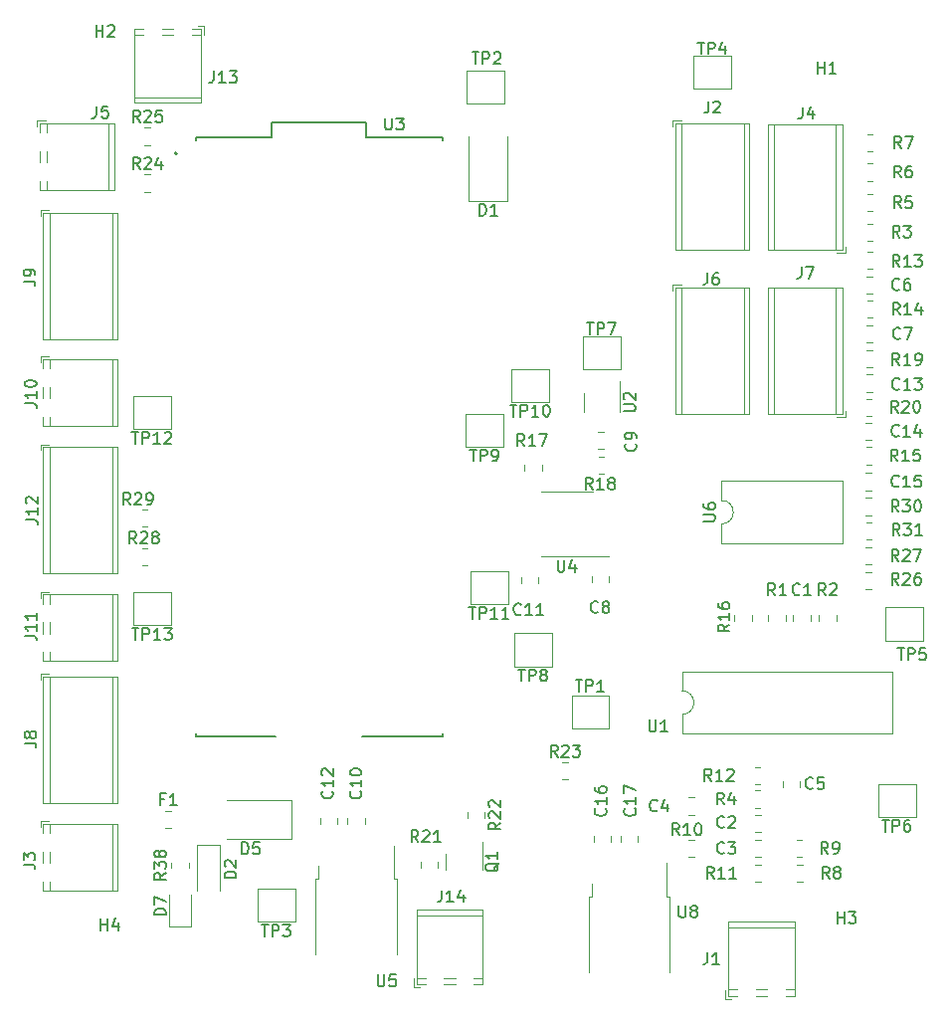
<source format=gbr>
%TF.GenerationSoftware,KiCad,Pcbnew,7.0.9-7.0.9~ubuntu22.04.1*%
%TF.CreationDate,2023-12-22T21:34:38-07:00*%
%TF.ProjectId,LC_meter,4c435f6d-6574-4657-922e-6b696361645f,rev?*%
%TF.SameCoordinates,Original*%
%TF.FileFunction,Legend,Top*%
%TF.FilePolarity,Positive*%
%FSLAX46Y46*%
G04 Gerber Fmt 4.6, Leading zero omitted, Abs format (unit mm)*
G04 Created by KiCad (PCBNEW 7.0.9-7.0.9~ubuntu22.04.1) date 2023-12-22 21:34:38*
%MOMM*%
%LPD*%
G01*
G04 APERTURE LIST*
%ADD10C,0.150000*%
%ADD11C,0.120000*%
%ADD12C,0.127000*%
%ADD13C,0.200000*%
G04 APERTURE END LIST*
D10*
X221207142Y-81276192D02*
X221159523Y-81323812D01*
X221159523Y-81323812D02*
X221016666Y-81371431D01*
X221016666Y-81371431D02*
X220921428Y-81371431D01*
X220921428Y-81371431D02*
X220778571Y-81323812D01*
X220778571Y-81323812D02*
X220683333Y-81228573D01*
X220683333Y-81228573D02*
X220635714Y-81133335D01*
X220635714Y-81133335D02*
X220588095Y-80942859D01*
X220588095Y-80942859D02*
X220588095Y-80800002D01*
X220588095Y-80800002D02*
X220635714Y-80609526D01*
X220635714Y-80609526D02*
X220683333Y-80514288D01*
X220683333Y-80514288D02*
X220778571Y-80419050D01*
X220778571Y-80419050D02*
X220921428Y-80371431D01*
X220921428Y-80371431D02*
X221016666Y-80371431D01*
X221016666Y-80371431D02*
X221159523Y-80419050D01*
X221159523Y-80419050D02*
X221207142Y-80466669D01*
X222159523Y-81371431D02*
X221588095Y-81371431D01*
X221873809Y-81371431D02*
X221873809Y-80371431D01*
X221873809Y-80371431D02*
X221778571Y-80514288D01*
X221778571Y-80514288D02*
X221683333Y-80609526D01*
X221683333Y-80609526D02*
X221588095Y-80657145D01*
X222492857Y-80371431D02*
X223111904Y-80371431D01*
X223111904Y-80371431D02*
X222778571Y-80752383D01*
X222778571Y-80752383D02*
X222921428Y-80752383D01*
X222921428Y-80752383D02*
X223016666Y-80800002D01*
X223016666Y-80800002D02*
X223064285Y-80847621D01*
X223064285Y-80847621D02*
X223111904Y-80942859D01*
X223111904Y-80942859D02*
X223111904Y-81180954D01*
X223111904Y-81180954D02*
X223064285Y-81276192D01*
X223064285Y-81276192D02*
X223016666Y-81323812D01*
X223016666Y-81323812D02*
X222921428Y-81371431D01*
X222921428Y-81371431D02*
X222635714Y-81371431D01*
X222635714Y-81371431D02*
X222540476Y-81323812D01*
X222540476Y-81323812D02*
X222492857Y-81276192D01*
X192113392Y-112598931D02*
X191780059Y-112122740D01*
X191541964Y-112598931D02*
X191541964Y-111598931D01*
X191541964Y-111598931D02*
X191922916Y-111598931D01*
X191922916Y-111598931D02*
X192018154Y-111646550D01*
X192018154Y-111646550D02*
X192065773Y-111694169D01*
X192065773Y-111694169D02*
X192113392Y-111789407D01*
X192113392Y-111789407D02*
X192113392Y-111932264D01*
X192113392Y-111932264D02*
X192065773Y-112027502D01*
X192065773Y-112027502D02*
X192018154Y-112075121D01*
X192018154Y-112075121D02*
X191922916Y-112122740D01*
X191922916Y-112122740D02*
X191541964Y-112122740D01*
X192494345Y-111694169D02*
X192541964Y-111646550D01*
X192541964Y-111646550D02*
X192637202Y-111598931D01*
X192637202Y-111598931D02*
X192875297Y-111598931D01*
X192875297Y-111598931D02*
X192970535Y-111646550D01*
X192970535Y-111646550D02*
X193018154Y-111694169D01*
X193018154Y-111694169D02*
X193065773Y-111789407D01*
X193065773Y-111789407D02*
X193065773Y-111884645D01*
X193065773Y-111884645D02*
X193018154Y-112027502D01*
X193018154Y-112027502D02*
X192446726Y-112598931D01*
X192446726Y-112598931D02*
X193065773Y-112598931D01*
X193399107Y-111598931D02*
X194018154Y-111598931D01*
X194018154Y-111598931D02*
X193684821Y-111979883D01*
X193684821Y-111979883D02*
X193827678Y-111979883D01*
X193827678Y-111979883D02*
X193922916Y-112027502D01*
X193922916Y-112027502D02*
X193970535Y-112075121D01*
X193970535Y-112075121D02*
X194018154Y-112170359D01*
X194018154Y-112170359D02*
X194018154Y-112408454D01*
X194018154Y-112408454D02*
X193970535Y-112503692D01*
X193970535Y-112503692D02*
X193922916Y-112551312D01*
X193922916Y-112551312D02*
X193827678Y-112598931D01*
X193827678Y-112598931D02*
X193541964Y-112598931D01*
X193541964Y-112598931D02*
X193446726Y-112551312D01*
X193446726Y-112551312D02*
X193399107Y-112503692D01*
X156557142Y-62598931D02*
X156223809Y-62122740D01*
X155985714Y-62598931D02*
X155985714Y-61598931D01*
X155985714Y-61598931D02*
X156366666Y-61598931D01*
X156366666Y-61598931D02*
X156461904Y-61646550D01*
X156461904Y-61646550D02*
X156509523Y-61694169D01*
X156509523Y-61694169D02*
X156557142Y-61789407D01*
X156557142Y-61789407D02*
X156557142Y-61932264D01*
X156557142Y-61932264D02*
X156509523Y-62027502D01*
X156509523Y-62027502D02*
X156461904Y-62075121D01*
X156461904Y-62075121D02*
X156366666Y-62122740D01*
X156366666Y-62122740D02*
X155985714Y-62122740D01*
X156938095Y-61694169D02*
X156985714Y-61646550D01*
X156985714Y-61646550D02*
X157080952Y-61598931D01*
X157080952Y-61598931D02*
X157319047Y-61598931D01*
X157319047Y-61598931D02*
X157414285Y-61646550D01*
X157414285Y-61646550D02*
X157461904Y-61694169D01*
X157461904Y-61694169D02*
X157509523Y-61789407D01*
X157509523Y-61789407D02*
X157509523Y-61884645D01*
X157509523Y-61884645D02*
X157461904Y-62027502D01*
X157461904Y-62027502D02*
X156890476Y-62598931D01*
X156890476Y-62598931D02*
X157509523Y-62598931D01*
X158366666Y-61932264D02*
X158366666Y-62598931D01*
X158128571Y-61551312D02*
X157890476Y-62265597D01*
X157890476Y-62265597D02*
X158509523Y-62265597D01*
X221057142Y-87448931D02*
X220723809Y-86972740D01*
X220485714Y-87448931D02*
X220485714Y-86448931D01*
X220485714Y-86448931D02*
X220866666Y-86448931D01*
X220866666Y-86448931D02*
X220961904Y-86496550D01*
X220961904Y-86496550D02*
X221009523Y-86544169D01*
X221009523Y-86544169D02*
X221057142Y-86639407D01*
X221057142Y-86639407D02*
X221057142Y-86782264D01*
X221057142Y-86782264D02*
X221009523Y-86877502D01*
X221009523Y-86877502D02*
X220961904Y-86925121D01*
X220961904Y-86925121D02*
X220866666Y-86972740D01*
X220866666Y-86972740D02*
X220485714Y-86972740D01*
X222009523Y-87448931D02*
X221438095Y-87448931D01*
X221723809Y-87448931D02*
X221723809Y-86448931D01*
X221723809Y-86448931D02*
X221628571Y-86591788D01*
X221628571Y-86591788D02*
X221533333Y-86687026D01*
X221533333Y-86687026D02*
X221438095Y-86734645D01*
X222914285Y-86448931D02*
X222438095Y-86448931D01*
X222438095Y-86448931D02*
X222390476Y-86925121D01*
X222390476Y-86925121D02*
X222438095Y-86877502D01*
X222438095Y-86877502D02*
X222533333Y-86829883D01*
X222533333Y-86829883D02*
X222771428Y-86829883D01*
X222771428Y-86829883D02*
X222866666Y-86877502D01*
X222866666Y-86877502D02*
X222914285Y-86925121D01*
X222914285Y-86925121D02*
X222961904Y-87020359D01*
X222961904Y-87020359D02*
X222961904Y-87258454D01*
X222961904Y-87258454D02*
X222914285Y-87353692D01*
X222914285Y-87353692D02*
X222866666Y-87401312D01*
X222866666Y-87401312D02*
X222771428Y-87448931D01*
X222771428Y-87448931D02*
X222533333Y-87448931D01*
X222533333Y-87448931D02*
X222438095Y-87401312D01*
X222438095Y-87401312D02*
X222390476Y-87353692D01*
X221333333Y-63308931D02*
X221000000Y-62832740D01*
X220761905Y-63308931D02*
X220761905Y-62308931D01*
X220761905Y-62308931D02*
X221142857Y-62308931D01*
X221142857Y-62308931D02*
X221238095Y-62356550D01*
X221238095Y-62356550D02*
X221285714Y-62404169D01*
X221285714Y-62404169D02*
X221333333Y-62499407D01*
X221333333Y-62499407D02*
X221333333Y-62642264D01*
X221333333Y-62642264D02*
X221285714Y-62737502D01*
X221285714Y-62737502D02*
X221238095Y-62785121D01*
X221238095Y-62785121D02*
X221142857Y-62832740D01*
X221142857Y-62832740D02*
X220761905Y-62832740D01*
X222190476Y-62308931D02*
X222000000Y-62308931D01*
X222000000Y-62308931D02*
X221904762Y-62356550D01*
X221904762Y-62356550D02*
X221857143Y-62404169D01*
X221857143Y-62404169D02*
X221761905Y-62547026D01*
X221761905Y-62547026D02*
X221714286Y-62737502D01*
X221714286Y-62737502D02*
X221714286Y-63118454D01*
X221714286Y-63118454D02*
X221761905Y-63213692D01*
X221761905Y-63213692D02*
X221809524Y-63261312D01*
X221809524Y-63261312D02*
X221904762Y-63308931D01*
X221904762Y-63308931D02*
X222095238Y-63308931D01*
X222095238Y-63308931D02*
X222190476Y-63261312D01*
X222190476Y-63261312D02*
X222238095Y-63213692D01*
X222238095Y-63213692D02*
X222285714Y-63118454D01*
X222285714Y-63118454D02*
X222285714Y-62880359D01*
X222285714Y-62880359D02*
X222238095Y-62785121D01*
X222238095Y-62785121D02*
X222190476Y-62737502D01*
X222190476Y-62737502D02*
X222095238Y-62689883D01*
X222095238Y-62689883D02*
X221904762Y-62689883D01*
X221904762Y-62689883D02*
X221809524Y-62737502D01*
X221809524Y-62737502D02*
X221761905Y-62785121D01*
X221761905Y-62785121D02*
X221714286Y-62880359D01*
X215245833Y-122948931D02*
X214912500Y-122472740D01*
X214674405Y-122948931D02*
X214674405Y-121948931D01*
X214674405Y-121948931D02*
X215055357Y-121948931D01*
X215055357Y-121948931D02*
X215150595Y-121996550D01*
X215150595Y-121996550D02*
X215198214Y-122044169D01*
X215198214Y-122044169D02*
X215245833Y-122139407D01*
X215245833Y-122139407D02*
X215245833Y-122282264D01*
X215245833Y-122282264D02*
X215198214Y-122377502D01*
X215198214Y-122377502D02*
X215150595Y-122425121D01*
X215150595Y-122425121D02*
X215055357Y-122472740D01*
X215055357Y-122472740D02*
X214674405Y-122472740D01*
X215817262Y-122377502D02*
X215722024Y-122329883D01*
X215722024Y-122329883D02*
X215674405Y-122282264D01*
X215674405Y-122282264D02*
X215626786Y-122187026D01*
X215626786Y-122187026D02*
X215626786Y-122139407D01*
X215626786Y-122139407D02*
X215674405Y-122044169D01*
X215674405Y-122044169D02*
X215722024Y-121996550D01*
X215722024Y-121996550D02*
X215817262Y-121948931D01*
X215817262Y-121948931D02*
X216007738Y-121948931D01*
X216007738Y-121948931D02*
X216102976Y-121996550D01*
X216102976Y-121996550D02*
X216150595Y-122044169D01*
X216150595Y-122044169D02*
X216198214Y-122139407D01*
X216198214Y-122139407D02*
X216198214Y-122187026D01*
X216198214Y-122187026D02*
X216150595Y-122282264D01*
X216150595Y-122282264D02*
X216102976Y-122329883D01*
X216102976Y-122329883D02*
X216007738Y-122377502D01*
X216007738Y-122377502D02*
X215817262Y-122377502D01*
X215817262Y-122377502D02*
X215722024Y-122425121D01*
X215722024Y-122425121D02*
X215674405Y-122472740D01*
X215674405Y-122472740D02*
X215626786Y-122567978D01*
X215626786Y-122567978D02*
X215626786Y-122758454D01*
X215626786Y-122758454D02*
X215674405Y-122853692D01*
X215674405Y-122853692D02*
X215722024Y-122901312D01*
X215722024Y-122901312D02*
X215817262Y-122948931D01*
X215817262Y-122948931D02*
X216007738Y-122948931D01*
X216007738Y-122948931D02*
X216102976Y-122901312D01*
X216102976Y-122901312D02*
X216150595Y-122853692D01*
X216150595Y-122853692D02*
X216198214Y-122758454D01*
X216198214Y-122758454D02*
X216198214Y-122567978D01*
X216198214Y-122567978D02*
X216150595Y-122472740D01*
X216150595Y-122472740D02*
X216102976Y-122425121D01*
X216102976Y-122425121D02*
X216007738Y-122377502D01*
X166925595Y-126873931D02*
X167497023Y-126873931D01*
X167211309Y-127873931D02*
X167211309Y-126873931D01*
X167830357Y-127873931D02*
X167830357Y-126873931D01*
X167830357Y-126873931D02*
X168211309Y-126873931D01*
X168211309Y-126873931D02*
X168306547Y-126921550D01*
X168306547Y-126921550D02*
X168354166Y-126969169D01*
X168354166Y-126969169D02*
X168401785Y-127064407D01*
X168401785Y-127064407D02*
X168401785Y-127207264D01*
X168401785Y-127207264D02*
X168354166Y-127302502D01*
X168354166Y-127302502D02*
X168306547Y-127350121D01*
X168306547Y-127350121D02*
X168211309Y-127397740D01*
X168211309Y-127397740D02*
X167830357Y-127397740D01*
X168735119Y-126873931D02*
X169354166Y-126873931D01*
X169354166Y-126873931D02*
X169020833Y-127254883D01*
X169020833Y-127254883D02*
X169163690Y-127254883D01*
X169163690Y-127254883D02*
X169258928Y-127302502D01*
X169258928Y-127302502D02*
X169306547Y-127350121D01*
X169306547Y-127350121D02*
X169354166Y-127445359D01*
X169354166Y-127445359D02*
X169354166Y-127683454D01*
X169354166Y-127683454D02*
X169306547Y-127778692D01*
X169306547Y-127778692D02*
X169258928Y-127826312D01*
X169258928Y-127826312D02*
X169163690Y-127873931D01*
X169163690Y-127873931D02*
X168877976Y-127873931D01*
X168877976Y-127873931D02*
X168782738Y-127826312D01*
X168782738Y-127826312D02*
X168735119Y-127778692D01*
X206283333Y-118553692D02*
X206235714Y-118601312D01*
X206235714Y-118601312D02*
X206092857Y-118648931D01*
X206092857Y-118648931D02*
X205997619Y-118648931D01*
X205997619Y-118648931D02*
X205854762Y-118601312D01*
X205854762Y-118601312D02*
X205759524Y-118506073D01*
X205759524Y-118506073D02*
X205711905Y-118410835D01*
X205711905Y-118410835D02*
X205664286Y-118220359D01*
X205664286Y-118220359D02*
X205664286Y-118077502D01*
X205664286Y-118077502D02*
X205711905Y-117887026D01*
X205711905Y-117887026D02*
X205759524Y-117791788D01*
X205759524Y-117791788D02*
X205854762Y-117696550D01*
X205854762Y-117696550D02*
X205997619Y-117648931D01*
X205997619Y-117648931D02*
X206092857Y-117648931D01*
X206092857Y-117648931D02*
X206235714Y-117696550D01*
X206235714Y-117696550D02*
X206283333Y-117744169D01*
X206664286Y-117744169D02*
X206711905Y-117696550D01*
X206711905Y-117696550D02*
X206807143Y-117648931D01*
X206807143Y-117648931D02*
X207045238Y-117648931D01*
X207045238Y-117648931D02*
X207140476Y-117696550D01*
X207140476Y-117696550D02*
X207188095Y-117744169D01*
X207188095Y-117744169D02*
X207235714Y-117839407D01*
X207235714Y-117839407D02*
X207235714Y-117934645D01*
X207235714Y-117934645D02*
X207188095Y-118077502D01*
X207188095Y-118077502D02*
X206616667Y-118648931D01*
X206616667Y-118648931D02*
X207235714Y-118648931D01*
X212954166Y-57308931D02*
X212954166Y-58023216D01*
X212954166Y-58023216D02*
X212906547Y-58166073D01*
X212906547Y-58166073D02*
X212811309Y-58261312D01*
X212811309Y-58261312D02*
X212668452Y-58308931D01*
X212668452Y-58308931D02*
X212573214Y-58308931D01*
X213858928Y-57642264D02*
X213858928Y-58308931D01*
X213620833Y-57261312D02*
X213382738Y-57975597D01*
X213382738Y-57975597D02*
X214001785Y-57975597D01*
X204866666Y-71408931D02*
X204866666Y-72123216D01*
X204866666Y-72123216D02*
X204819047Y-72266073D01*
X204819047Y-72266073D02*
X204723809Y-72361312D01*
X204723809Y-72361312D02*
X204580952Y-72408931D01*
X204580952Y-72408931D02*
X204485714Y-72408931D01*
X205771428Y-71408931D02*
X205580952Y-71408931D01*
X205580952Y-71408931D02*
X205485714Y-71456550D01*
X205485714Y-71456550D02*
X205438095Y-71504169D01*
X205438095Y-71504169D02*
X205342857Y-71647026D01*
X205342857Y-71647026D02*
X205295238Y-71837502D01*
X205295238Y-71837502D02*
X205295238Y-72218454D01*
X205295238Y-72218454D02*
X205342857Y-72313692D01*
X205342857Y-72313692D02*
X205390476Y-72361312D01*
X205390476Y-72361312D02*
X205485714Y-72408931D01*
X205485714Y-72408931D02*
X205676190Y-72408931D01*
X205676190Y-72408931D02*
X205771428Y-72361312D01*
X205771428Y-72361312D02*
X205819047Y-72313692D01*
X205819047Y-72313692D02*
X205866666Y-72218454D01*
X205866666Y-72218454D02*
X205866666Y-71980359D01*
X205866666Y-71980359D02*
X205819047Y-71885121D01*
X205819047Y-71885121D02*
X205771428Y-71837502D01*
X205771428Y-71837502D02*
X205676190Y-71789883D01*
X205676190Y-71789883D02*
X205485714Y-71789883D01*
X205485714Y-71789883D02*
X205390476Y-71837502D01*
X205390476Y-71837502D02*
X205342857Y-71885121D01*
X205342857Y-71885121D02*
X205295238Y-71980359D01*
X219738095Y-117948931D02*
X220309523Y-117948931D01*
X220023809Y-118948931D02*
X220023809Y-117948931D01*
X220642857Y-118948931D02*
X220642857Y-117948931D01*
X220642857Y-117948931D02*
X221023809Y-117948931D01*
X221023809Y-117948931D02*
X221119047Y-117996550D01*
X221119047Y-117996550D02*
X221166666Y-118044169D01*
X221166666Y-118044169D02*
X221214285Y-118139407D01*
X221214285Y-118139407D02*
X221214285Y-118282264D01*
X221214285Y-118282264D02*
X221166666Y-118377502D01*
X221166666Y-118377502D02*
X221119047Y-118425121D01*
X221119047Y-118425121D02*
X221023809Y-118472740D01*
X221023809Y-118472740D02*
X220642857Y-118472740D01*
X222071428Y-117948931D02*
X221880952Y-117948931D01*
X221880952Y-117948931D02*
X221785714Y-117996550D01*
X221785714Y-117996550D02*
X221738095Y-118044169D01*
X221738095Y-118044169D02*
X221642857Y-118187026D01*
X221642857Y-118187026D02*
X221595238Y-118377502D01*
X221595238Y-118377502D02*
X221595238Y-118758454D01*
X221595238Y-118758454D02*
X221642857Y-118853692D01*
X221642857Y-118853692D02*
X221690476Y-118901312D01*
X221690476Y-118901312D02*
X221785714Y-118948931D01*
X221785714Y-118948931D02*
X221976190Y-118948931D01*
X221976190Y-118948931D02*
X222071428Y-118901312D01*
X222071428Y-118901312D02*
X222119047Y-118853692D01*
X222119047Y-118853692D02*
X222166666Y-118758454D01*
X222166666Y-118758454D02*
X222166666Y-118520359D01*
X222166666Y-118520359D02*
X222119047Y-118425121D01*
X222119047Y-118425121D02*
X222071428Y-118377502D01*
X222071428Y-118377502D02*
X221976190Y-118329883D01*
X221976190Y-118329883D02*
X221785714Y-118329883D01*
X221785714Y-118329883D02*
X221690476Y-118377502D01*
X221690476Y-118377502D02*
X221642857Y-118425121D01*
X221642857Y-118425121D02*
X221595238Y-118520359D01*
X158654166Y-116200121D02*
X158320833Y-116200121D01*
X158320833Y-116723931D02*
X158320833Y-115723931D01*
X158320833Y-115723931D02*
X158797023Y-115723931D01*
X159701785Y-116723931D02*
X159130357Y-116723931D01*
X159416071Y-116723931D02*
X159416071Y-115723931D01*
X159416071Y-115723931D02*
X159320833Y-115866788D01*
X159320833Y-115866788D02*
X159225595Y-115962026D01*
X159225595Y-115962026D02*
X159130357Y-116009645D01*
X221132142Y-91748931D02*
X220798809Y-91272740D01*
X220560714Y-91748931D02*
X220560714Y-90748931D01*
X220560714Y-90748931D02*
X220941666Y-90748931D01*
X220941666Y-90748931D02*
X221036904Y-90796550D01*
X221036904Y-90796550D02*
X221084523Y-90844169D01*
X221084523Y-90844169D02*
X221132142Y-90939407D01*
X221132142Y-90939407D02*
X221132142Y-91082264D01*
X221132142Y-91082264D02*
X221084523Y-91177502D01*
X221084523Y-91177502D02*
X221036904Y-91225121D01*
X221036904Y-91225121D02*
X220941666Y-91272740D01*
X220941666Y-91272740D02*
X220560714Y-91272740D01*
X221465476Y-90748931D02*
X222084523Y-90748931D01*
X222084523Y-90748931D02*
X221751190Y-91129883D01*
X221751190Y-91129883D02*
X221894047Y-91129883D01*
X221894047Y-91129883D02*
X221989285Y-91177502D01*
X221989285Y-91177502D02*
X222036904Y-91225121D01*
X222036904Y-91225121D02*
X222084523Y-91320359D01*
X222084523Y-91320359D02*
X222084523Y-91558454D01*
X222084523Y-91558454D02*
X222036904Y-91653692D01*
X222036904Y-91653692D02*
X221989285Y-91701312D01*
X221989285Y-91701312D02*
X221894047Y-91748931D01*
X221894047Y-91748931D02*
X221608333Y-91748931D01*
X221608333Y-91748931D02*
X221513095Y-91701312D01*
X221513095Y-91701312D02*
X221465476Y-91653692D01*
X222703571Y-90748931D02*
X222798809Y-90748931D01*
X222798809Y-90748931D02*
X222894047Y-90796550D01*
X222894047Y-90796550D02*
X222941666Y-90844169D01*
X222941666Y-90844169D02*
X222989285Y-90939407D01*
X222989285Y-90939407D02*
X223036904Y-91129883D01*
X223036904Y-91129883D02*
X223036904Y-91367978D01*
X223036904Y-91367978D02*
X222989285Y-91558454D01*
X222989285Y-91558454D02*
X222941666Y-91653692D01*
X222941666Y-91653692D02*
X222894047Y-91701312D01*
X222894047Y-91701312D02*
X222798809Y-91748931D01*
X222798809Y-91748931D02*
X222703571Y-91748931D01*
X222703571Y-91748931D02*
X222608333Y-91701312D01*
X222608333Y-91701312D02*
X222560714Y-91653692D01*
X222560714Y-91653692D02*
X222513095Y-91558454D01*
X222513095Y-91558454D02*
X222465476Y-91367978D01*
X222465476Y-91367978D02*
X222465476Y-91129883D01*
X222465476Y-91129883D02*
X222513095Y-90939407D01*
X222513095Y-90939407D02*
X222560714Y-90844169D01*
X222560714Y-90844169D02*
X222608333Y-90796550D01*
X222608333Y-90796550D02*
X222703571Y-90748931D01*
X146654819Y-72127445D02*
X147369104Y-72127445D01*
X147369104Y-72127445D02*
X147511961Y-72175064D01*
X147511961Y-72175064D02*
X147607200Y-72270302D01*
X147607200Y-72270302D02*
X147654819Y-72413159D01*
X147654819Y-72413159D02*
X147654819Y-72508397D01*
X147654819Y-71603635D02*
X147654819Y-71413159D01*
X147654819Y-71413159D02*
X147607200Y-71317921D01*
X147607200Y-71317921D02*
X147559580Y-71270302D01*
X147559580Y-71270302D02*
X147416723Y-71175064D01*
X147416723Y-71175064D02*
X147226247Y-71127445D01*
X147226247Y-71127445D02*
X146845295Y-71127445D01*
X146845295Y-71127445D02*
X146750057Y-71175064D01*
X146750057Y-71175064D02*
X146702438Y-71222683D01*
X146702438Y-71222683D02*
X146654819Y-71317921D01*
X146654819Y-71317921D02*
X146654819Y-71508397D01*
X146654819Y-71508397D02*
X146702438Y-71603635D01*
X146702438Y-71603635D02*
X146750057Y-71651254D01*
X146750057Y-71651254D02*
X146845295Y-71698873D01*
X146845295Y-71698873D02*
X147083390Y-71698873D01*
X147083390Y-71698873D02*
X147178628Y-71651254D01*
X147178628Y-71651254D02*
X147226247Y-71603635D01*
X147226247Y-71603635D02*
X147273866Y-71508397D01*
X147273866Y-71508397D02*
X147273866Y-71317921D01*
X147273866Y-71317921D02*
X147226247Y-71222683D01*
X147226247Y-71222683D02*
X147178628Y-71175064D01*
X147178628Y-71175064D02*
X147083390Y-71127445D01*
X184838095Y-52648931D02*
X185409523Y-52648931D01*
X185123809Y-53648931D02*
X185123809Y-52648931D01*
X185742857Y-53648931D02*
X185742857Y-52648931D01*
X185742857Y-52648931D02*
X186123809Y-52648931D01*
X186123809Y-52648931D02*
X186219047Y-52696550D01*
X186219047Y-52696550D02*
X186266666Y-52744169D01*
X186266666Y-52744169D02*
X186314285Y-52839407D01*
X186314285Y-52839407D02*
X186314285Y-52982264D01*
X186314285Y-52982264D02*
X186266666Y-53077502D01*
X186266666Y-53077502D02*
X186219047Y-53125121D01*
X186219047Y-53125121D02*
X186123809Y-53172740D01*
X186123809Y-53172740D02*
X185742857Y-53172740D01*
X186695238Y-52744169D02*
X186742857Y-52696550D01*
X186742857Y-52696550D02*
X186838095Y-52648931D01*
X186838095Y-52648931D02*
X187076190Y-52648931D01*
X187076190Y-52648931D02*
X187171428Y-52696550D01*
X187171428Y-52696550D02*
X187219047Y-52744169D01*
X187219047Y-52744169D02*
X187266666Y-52839407D01*
X187266666Y-52839407D02*
X187266666Y-52934645D01*
X187266666Y-52934645D02*
X187219047Y-53077502D01*
X187219047Y-53077502D02*
X186647619Y-53648931D01*
X186647619Y-53648931D02*
X187266666Y-53648931D01*
X184638095Y-86448931D02*
X185209523Y-86448931D01*
X184923809Y-87448931D02*
X184923809Y-86448931D01*
X185542857Y-87448931D02*
X185542857Y-86448931D01*
X185542857Y-86448931D02*
X185923809Y-86448931D01*
X185923809Y-86448931D02*
X186019047Y-86496550D01*
X186019047Y-86496550D02*
X186066666Y-86544169D01*
X186066666Y-86544169D02*
X186114285Y-86639407D01*
X186114285Y-86639407D02*
X186114285Y-86782264D01*
X186114285Y-86782264D02*
X186066666Y-86877502D01*
X186066666Y-86877502D02*
X186019047Y-86925121D01*
X186019047Y-86925121D02*
X185923809Y-86972740D01*
X185923809Y-86972740D02*
X185542857Y-86972740D01*
X186590476Y-87448931D02*
X186780952Y-87448931D01*
X186780952Y-87448931D02*
X186876190Y-87401312D01*
X186876190Y-87401312D02*
X186923809Y-87353692D01*
X186923809Y-87353692D02*
X187019047Y-87210835D01*
X187019047Y-87210835D02*
X187066666Y-87020359D01*
X187066666Y-87020359D02*
X187066666Y-86639407D01*
X187066666Y-86639407D02*
X187019047Y-86544169D01*
X187019047Y-86544169D02*
X186971428Y-86496550D01*
X186971428Y-86496550D02*
X186876190Y-86448931D01*
X186876190Y-86448931D02*
X186685714Y-86448931D01*
X186685714Y-86448931D02*
X186590476Y-86496550D01*
X186590476Y-86496550D02*
X186542857Y-86544169D01*
X186542857Y-86544169D02*
X186495238Y-86639407D01*
X186495238Y-86639407D02*
X186495238Y-86877502D01*
X186495238Y-86877502D02*
X186542857Y-86972740D01*
X186542857Y-86972740D02*
X186590476Y-87020359D01*
X186590476Y-87020359D02*
X186685714Y-87067978D01*
X186685714Y-87067978D02*
X186876190Y-87067978D01*
X186876190Y-87067978D02*
X186971428Y-87020359D01*
X186971428Y-87020359D02*
X187019047Y-86972740D01*
X187019047Y-86972740D02*
X187066666Y-86877502D01*
X196179580Y-116996969D02*
X196227200Y-117044588D01*
X196227200Y-117044588D02*
X196274819Y-117187445D01*
X196274819Y-117187445D02*
X196274819Y-117282683D01*
X196274819Y-117282683D02*
X196227200Y-117425540D01*
X196227200Y-117425540D02*
X196131961Y-117520778D01*
X196131961Y-117520778D02*
X196036723Y-117568397D01*
X196036723Y-117568397D02*
X195846247Y-117616016D01*
X195846247Y-117616016D02*
X195703390Y-117616016D01*
X195703390Y-117616016D02*
X195512914Y-117568397D01*
X195512914Y-117568397D02*
X195417676Y-117520778D01*
X195417676Y-117520778D02*
X195322438Y-117425540D01*
X195322438Y-117425540D02*
X195274819Y-117282683D01*
X195274819Y-117282683D02*
X195274819Y-117187445D01*
X195274819Y-117187445D02*
X195322438Y-117044588D01*
X195322438Y-117044588D02*
X195370057Y-116996969D01*
X196274819Y-116044588D02*
X196274819Y-116616016D01*
X196274819Y-116330302D02*
X195274819Y-116330302D01*
X195274819Y-116330302D02*
X195417676Y-116425540D01*
X195417676Y-116425540D02*
X195512914Y-116520778D01*
X195512914Y-116520778D02*
X195560533Y-116616016D01*
X195274819Y-115187445D02*
X195274819Y-115377921D01*
X195274819Y-115377921D02*
X195322438Y-115473159D01*
X195322438Y-115473159D02*
X195370057Y-115520778D01*
X195370057Y-115520778D02*
X195512914Y-115616016D01*
X195512914Y-115616016D02*
X195703390Y-115663635D01*
X195703390Y-115663635D02*
X196084342Y-115663635D01*
X196084342Y-115663635D02*
X196179580Y-115616016D01*
X196179580Y-115616016D02*
X196227200Y-115568397D01*
X196227200Y-115568397D02*
X196274819Y-115473159D01*
X196274819Y-115473159D02*
X196274819Y-115282683D01*
X196274819Y-115282683D02*
X196227200Y-115187445D01*
X196227200Y-115187445D02*
X196179580Y-115139826D01*
X196179580Y-115139826D02*
X196084342Y-115092207D01*
X196084342Y-115092207D02*
X195846247Y-115092207D01*
X195846247Y-115092207D02*
X195751009Y-115139826D01*
X195751009Y-115139826D02*
X195703390Y-115187445D01*
X195703390Y-115187445D02*
X195655771Y-115282683D01*
X195655771Y-115282683D02*
X195655771Y-115473159D01*
X195655771Y-115473159D02*
X195703390Y-115568397D01*
X195703390Y-115568397D02*
X195751009Y-115616016D01*
X195751009Y-115616016D02*
X195846247Y-115663635D01*
X165249405Y-120873931D02*
X165249405Y-119873931D01*
X165249405Y-119873931D02*
X165487500Y-119873931D01*
X165487500Y-119873931D02*
X165630357Y-119921550D01*
X165630357Y-119921550D02*
X165725595Y-120016788D01*
X165725595Y-120016788D02*
X165773214Y-120112026D01*
X165773214Y-120112026D02*
X165820833Y-120302502D01*
X165820833Y-120302502D02*
X165820833Y-120445359D01*
X165820833Y-120445359D02*
X165773214Y-120635835D01*
X165773214Y-120635835D02*
X165725595Y-120731073D01*
X165725595Y-120731073D02*
X165630357Y-120826312D01*
X165630357Y-120826312D02*
X165487500Y-120873931D01*
X165487500Y-120873931D02*
X165249405Y-120873931D01*
X166725595Y-119873931D02*
X166249405Y-119873931D01*
X166249405Y-119873931D02*
X166201786Y-120350121D01*
X166201786Y-120350121D02*
X166249405Y-120302502D01*
X166249405Y-120302502D02*
X166344643Y-120254883D01*
X166344643Y-120254883D02*
X166582738Y-120254883D01*
X166582738Y-120254883D02*
X166677976Y-120302502D01*
X166677976Y-120302502D02*
X166725595Y-120350121D01*
X166725595Y-120350121D02*
X166773214Y-120445359D01*
X166773214Y-120445359D02*
X166773214Y-120683454D01*
X166773214Y-120683454D02*
X166725595Y-120778692D01*
X166725595Y-120778692D02*
X166677976Y-120826312D01*
X166677976Y-120826312D02*
X166582738Y-120873931D01*
X166582738Y-120873931D02*
X166344643Y-120873931D01*
X166344643Y-120873931D02*
X166249405Y-120826312D01*
X166249405Y-120826312D02*
X166201786Y-120778692D01*
X206754819Y-101336969D02*
X206278628Y-101670302D01*
X206754819Y-101908397D02*
X205754819Y-101908397D01*
X205754819Y-101908397D02*
X205754819Y-101527445D01*
X205754819Y-101527445D02*
X205802438Y-101432207D01*
X205802438Y-101432207D02*
X205850057Y-101384588D01*
X205850057Y-101384588D02*
X205945295Y-101336969D01*
X205945295Y-101336969D02*
X206088152Y-101336969D01*
X206088152Y-101336969D02*
X206183390Y-101384588D01*
X206183390Y-101384588D02*
X206231009Y-101432207D01*
X206231009Y-101432207D02*
X206278628Y-101527445D01*
X206278628Y-101527445D02*
X206278628Y-101908397D01*
X206754819Y-100384588D02*
X206754819Y-100956016D01*
X206754819Y-100670302D02*
X205754819Y-100670302D01*
X205754819Y-100670302D02*
X205897676Y-100765540D01*
X205897676Y-100765540D02*
X205992914Y-100860778D01*
X205992914Y-100860778D02*
X206040533Y-100956016D01*
X205754819Y-99527445D02*
X205754819Y-99717921D01*
X205754819Y-99717921D02*
X205802438Y-99813159D01*
X205802438Y-99813159D02*
X205850057Y-99860778D01*
X205850057Y-99860778D02*
X205992914Y-99956016D01*
X205992914Y-99956016D02*
X206183390Y-100003635D01*
X206183390Y-100003635D02*
X206564342Y-100003635D01*
X206564342Y-100003635D02*
X206659580Y-99956016D01*
X206659580Y-99956016D02*
X206707200Y-99908397D01*
X206707200Y-99908397D02*
X206754819Y-99813159D01*
X206754819Y-99813159D02*
X206754819Y-99622683D01*
X206754819Y-99622683D02*
X206707200Y-99527445D01*
X206707200Y-99527445D02*
X206659580Y-99479826D01*
X206659580Y-99479826D02*
X206564342Y-99432207D01*
X206564342Y-99432207D02*
X206326247Y-99432207D01*
X206326247Y-99432207D02*
X206231009Y-99479826D01*
X206231009Y-99479826D02*
X206183390Y-99527445D01*
X206183390Y-99527445D02*
X206135771Y-99622683D01*
X206135771Y-99622683D02*
X206135771Y-99813159D01*
X206135771Y-99813159D02*
X206183390Y-99908397D01*
X206183390Y-99908397D02*
X206231009Y-99956016D01*
X206231009Y-99956016D02*
X206326247Y-100003635D01*
X213833333Y-115253692D02*
X213785714Y-115301312D01*
X213785714Y-115301312D02*
X213642857Y-115348931D01*
X213642857Y-115348931D02*
X213547619Y-115348931D01*
X213547619Y-115348931D02*
X213404762Y-115301312D01*
X213404762Y-115301312D02*
X213309524Y-115206073D01*
X213309524Y-115206073D02*
X213261905Y-115110835D01*
X213261905Y-115110835D02*
X213214286Y-114920359D01*
X213214286Y-114920359D02*
X213214286Y-114777502D01*
X213214286Y-114777502D02*
X213261905Y-114587026D01*
X213261905Y-114587026D02*
X213309524Y-114491788D01*
X213309524Y-114491788D02*
X213404762Y-114396550D01*
X213404762Y-114396550D02*
X213547619Y-114348931D01*
X213547619Y-114348931D02*
X213642857Y-114348931D01*
X213642857Y-114348931D02*
X213785714Y-114396550D01*
X213785714Y-114396550D02*
X213833333Y-114444169D01*
X214738095Y-114348931D02*
X214261905Y-114348931D01*
X214261905Y-114348931D02*
X214214286Y-114825121D01*
X214214286Y-114825121D02*
X214261905Y-114777502D01*
X214261905Y-114777502D02*
X214357143Y-114729883D01*
X214357143Y-114729883D02*
X214595238Y-114729883D01*
X214595238Y-114729883D02*
X214690476Y-114777502D01*
X214690476Y-114777502D02*
X214738095Y-114825121D01*
X214738095Y-114825121D02*
X214785714Y-114920359D01*
X214785714Y-114920359D02*
X214785714Y-115158454D01*
X214785714Y-115158454D02*
X214738095Y-115253692D01*
X214738095Y-115253692D02*
X214690476Y-115301312D01*
X214690476Y-115301312D02*
X214595238Y-115348931D01*
X214595238Y-115348931D02*
X214357143Y-115348931D01*
X214357143Y-115348931D02*
X214261905Y-115301312D01*
X214261905Y-115301312D02*
X214214286Y-115253692D01*
X204524819Y-92546016D02*
X205334342Y-92546016D01*
X205334342Y-92546016D02*
X205429580Y-92498397D01*
X205429580Y-92498397D02*
X205477200Y-92450778D01*
X205477200Y-92450778D02*
X205524819Y-92355540D01*
X205524819Y-92355540D02*
X205524819Y-92165064D01*
X205524819Y-92165064D02*
X205477200Y-92069826D01*
X205477200Y-92069826D02*
X205429580Y-92022207D01*
X205429580Y-92022207D02*
X205334342Y-91974588D01*
X205334342Y-91974588D02*
X204524819Y-91974588D01*
X204524819Y-91069826D02*
X204524819Y-91260302D01*
X204524819Y-91260302D02*
X204572438Y-91355540D01*
X204572438Y-91355540D02*
X204620057Y-91403159D01*
X204620057Y-91403159D02*
X204762914Y-91498397D01*
X204762914Y-91498397D02*
X204953390Y-91546016D01*
X204953390Y-91546016D02*
X205334342Y-91546016D01*
X205334342Y-91546016D02*
X205429580Y-91498397D01*
X205429580Y-91498397D02*
X205477200Y-91450778D01*
X205477200Y-91450778D02*
X205524819Y-91355540D01*
X205524819Y-91355540D02*
X205524819Y-91165064D01*
X205524819Y-91165064D02*
X205477200Y-91069826D01*
X205477200Y-91069826D02*
X205429580Y-91022207D01*
X205429580Y-91022207D02*
X205334342Y-90974588D01*
X205334342Y-90974588D02*
X205096247Y-90974588D01*
X205096247Y-90974588D02*
X205001009Y-91022207D01*
X205001009Y-91022207D02*
X204953390Y-91069826D01*
X204953390Y-91069826D02*
X204905771Y-91165064D01*
X204905771Y-91165064D02*
X204905771Y-91355540D01*
X204905771Y-91355540D02*
X204953390Y-91450778D01*
X204953390Y-91450778D02*
X205001009Y-91498397D01*
X205001009Y-91498397D02*
X205096247Y-91546016D01*
X175322080Y-115511969D02*
X175369700Y-115559588D01*
X175369700Y-115559588D02*
X175417319Y-115702445D01*
X175417319Y-115702445D02*
X175417319Y-115797683D01*
X175417319Y-115797683D02*
X175369700Y-115940540D01*
X175369700Y-115940540D02*
X175274461Y-116035778D01*
X175274461Y-116035778D02*
X175179223Y-116083397D01*
X175179223Y-116083397D02*
X174988747Y-116131016D01*
X174988747Y-116131016D02*
X174845890Y-116131016D01*
X174845890Y-116131016D02*
X174655414Y-116083397D01*
X174655414Y-116083397D02*
X174560176Y-116035778D01*
X174560176Y-116035778D02*
X174464938Y-115940540D01*
X174464938Y-115940540D02*
X174417319Y-115797683D01*
X174417319Y-115797683D02*
X174417319Y-115702445D01*
X174417319Y-115702445D02*
X174464938Y-115559588D01*
X174464938Y-115559588D02*
X174512557Y-115511969D01*
X175417319Y-114559588D02*
X175417319Y-115131016D01*
X175417319Y-114845302D02*
X174417319Y-114845302D01*
X174417319Y-114845302D02*
X174560176Y-114940540D01*
X174560176Y-114940540D02*
X174655414Y-115035778D01*
X174655414Y-115035778D02*
X174703033Y-115131016D01*
X174417319Y-113940540D02*
X174417319Y-113845302D01*
X174417319Y-113845302D02*
X174464938Y-113750064D01*
X174464938Y-113750064D02*
X174512557Y-113702445D01*
X174512557Y-113702445D02*
X174607795Y-113654826D01*
X174607795Y-113654826D02*
X174798271Y-113607207D01*
X174798271Y-113607207D02*
X175036366Y-113607207D01*
X175036366Y-113607207D02*
X175226842Y-113654826D01*
X175226842Y-113654826D02*
X175322080Y-113702445D01*
X175322080Y-113702445D02*
X175369700Y-113750064D01*
X175369700Y-113750064D02*
X175417319Y-113845302D01*
X175417319Y-113845302D02*
X175417319Y-113940540D01*
X175417319Y-113940540D02*
X175369700Y-114035778D01*
X175369700Y-114035778D02*
X175322080Y-114083397D01*
X175322080Y-114083397D02*
X175226842Y-114131016D01*
X175226842Y-114131016D02*
X175036366Y-114178635D01*
X175036366Y-114178635D02*
X174798271Y-114178635D01*
X174798271Y-114178635D02*
X174607795Y-114131016D01*
X174607795Y-114131016D02*
X174512557Y-114083397D01*
X174512557Y-114083397D02*
X174464938Y-114035778D01*
X174464938Y-114035778D02*
X174417319Y-113940540D01*
X146654819Y-121767445D02*
X147369104Y-121767445D01*
X147369104Y-121767445D02*
X147511961Y-121815064D01*
X147511961Y-121815064D02*
X147607200Y-121910302D01*
X147607200Y-121910302D02*
X147654819Y-122053159D01*
X147654819Y-122053159D02*
X147654819Y-122148397D01*
X146654819Y-121386492D02*
X146654819Y-120767445D01*
X146654819Y-120767445D02*
X147035771Y-121100778D01*
X147035771Y-121100778D02*
X147035771Y-120957921D01*
X147035771Y-120957921D02*
X147083390Y-120862683D01*
X147083390Y-120862683D02*
X147131009Y-120815064D01*
X147131009Y-120815064D02*
X147226247Y-120767445D01*
X147226247Y-120767445D02*
X147464342Y-120767445D01*
X147464342Y-120767445D02*
X147559580Y-120815064D01*
X147559580Y-120815064D02*
X147607200Y-120862683D01*
X147607200Y-120862683D02*
X147654819Y-120957921D01*
X147654819Y-120957921D02*
X147654819Y-121243635D01*
X147654819Y-121243635D02*
X147607200Y-121338873D01*
X147607200Y-121338873D02*
X147559580Y-121386492D01*
X214920833Y-98848931D02*
X214587500Y-98372740D01*
X214349405Y-98848931D02*
X214349405Y-97848931D01*
X214349405Y-97848931D02*
X214730357Y-97848931D01*
X214730357Y-97848931D02*
X214825595Y-97896550D01*
X214825595Y-97896550D02*
X214873214Y-97944169D01*
X214873214Y-97944169D02*
X214920833Y-98039407D01*
X214920833Y-98039407D02*
X214920833Y-98182264D01*
X214920833Y-98182264D02*
X214873214Y-98277502D01*
X214873214Y-98277502D02*
X214825595Y-98325121D01*
X214825595Y-98325121D02*
X214730357Y-98372740D01*
X214730357Y-98372740D02*
X214349405Y-98372740D01*
X215301786Y-97944169D02*
X215349405Y-97896550D01*
X215349405Y-97896550D02*
X215444643Y-97848931D01*
X215444643Y-97848931D02*
X215682738Y-97848931D01*
X215682738Y-97848931D02*
X215777976Y-97896550D01*
X215777976Y-97896550D02*
X215825595Y-97944169D01*
X215825595Y-97944169D02*
X215873214Y-98039407D01*
X215873214Y-98039407D02*
X215873214Y-98134645D01*
X215873214Y-98134645D02*
X215825595Y-98277502D01*
X215825595Y-98277502D02*
X215254167Y-98848931D01*
X215254167Y-98848931D02*
X215873214Y-98848931D01*
X185461905Y-66548931D02*
X185461905Y-65548931D01*
X185461905Y-65548931D02*
X185700000Y-65548931D01*
X185700000Y-65548931D02*
X185842857Y-65596550D01*
X185842857Y-65596550D02*
X185938095Y-65691788D01*
X185938095Y-65691788D02*
X185985714Y-65787026D01*
X185985714Y-65787026D02*
X186033333Y-65977502D01*
X186033333Y-65977502D02*
X186033333Y-66120359D01*
X186033333Y-66120359D02*
X185985714Y-66310835D01*
X185985714Y-66310835D02*
X185938095Y-66406073D01*
X185938095Y-66406073D02*
X185842857Y-66501312D01*
X185842857Y-66501312D02*
X185700000Y-66548931D01*
X185700000Y-66548931D02*
X185461905Y-66548931D01*
X186985714Y-66548931D02*
X186414286Y-66548931D01*
X186700000Y-66548931D02*
X186700000Y-65548931D01*
X186700000Y-65548931D02*
X186604762Y-65691788D01*
X186604762Y-65691788D02*
X186509524Y-65787026D01*
X186509524Y-65787026D02*
X186414286Y-65834645D01*
X194613095Y-75648931D02*
X195184523Y-75648931D01*
X194898809Y-76648931D02*
X194898809Y-75648931D01*
X195517857Y-76648931D02*
X195517857Y-75648931D01*
X195517857Y-75648931D02*
X195898809Y-75648931D01*
X195898809Y-75648931D02*
X195994047Y-75696550D01*
X195994047Y-75696550D02*
X196041666Y-75744169D01*
X196041666Y-75744169D02*
X196089285Y-75839407D01*
X196089285Y-75839407D02*
X196089285Y-75982264D01*
X196089285Y-75982264D02*
X196041666Y-76077502D01*
X196041666Y-76077502D02*
X195994047Y-76125121D01*
X195994047Y-76125121D02*
X195898809Y-76172740D01*
X195898809Y-76172740D02*
X195517857Y-76172740D01*
X196422619Y-75648931D02*
X197089285Y-75648931D01*
X197089285Y-75648931D02*
X196660714Y-76648931D01*
X177438095Y-58248931D02*
X177438095Y-59058454D01*
X177438095Y-59058454D02*
X177485714Y-59153692D01*
X177485714Y-59153692D02*
X177533333Y-59201312D01*
X177533333Y-59201312D02*
X177628571Y-59248931D01*
X177628571Y-59248931D02*
X177819047Y-59248931D01*
X177819047Y-59248931D02*
X177914285Y-59201312D01*
X177914285Y-59201312D02*
X177961904Y-59153692D01*
X177961904Y-59153692D02*
X178009523Y-59058454D01*
X178009523Y-59058454D02*
X178009523Y-58248931D01*
X178390476Y-58248931D02*
X179009523Y-58248931D01*
X179009523Y-58248931D02*
X178676190Y-58629883D01*
X178676190Y-58629883D02*
X178819047Y-58629883D01*
X178819047Y-58629883D02*
X178914285Y-58677502D01*
X178914285Y-58677502D02*
X178961904Y-58725121D01*
X178961904Y-58725121D02*
X179009523Y-58820359D01*
X179009523Y-58820359D02*
X179009523Y-59058454D01*
X179009523Y-59058454D02*
X178961904Y-59153692D01*
X178961904Y-59153692D02*
X178914285Y-59201312D01*
X178914285Y-59201312D02*
X178819047Y-59248931D01*
X178819047Y-59248931D02*
X178533333Y-59248931D01*
X178533333Y-59248931D02*
X178438095Y-59201312D01*
X178438095Y-59201312D02*
X178390476Y-59153692D01*
X215133333Y-120848931D02*
X214800000Y-120372740D01*
X214561905Y-120848931D02*
X214561905Y-119848931D01*
X214561905Y-119848931D02*
X214942857Y-119848931D01*
X214942857Y-119848931D02*
X215038095Y-119896550D01*
X215038095Y-119896550D02*
X215085714Y-119944169D01*
X215085714Y-119944169D02*
X215133333Y-120039407D01*
X215133333Y-120039407D02*
X215133333Y-120182264D01*
X215133333Y-120182264D02*
X215085714Y-120277502D01*
X215085714Y-120277502D02*
X215038095Y-120325121D01*
X215038095Y-120325121D02*
X214942857Y-120372740D01*
X214942857Y-120372740D02*
X214561905Y-120372740D01*
X215609524Y-120848931D02*
X215800000Y-120848931D01*
X215800000Y-120848931D02*
X215895238Y-120801312D01*
X215895238Y-120801312D02*
X215942857Y-120753692D01*
X215942857Y-120753692D02*
X216038095Y-120610835D01*
X216038095Y-120610835D02*
X216085714Y-120420359D01*
X216085714Y-120420359D02*
X216085714Y-120039407D01*
X216085714Y-120039407D02*
X216038095Y-119944169D01*
X216038095Y-119944169D02*
X215990476Y-119896550D01*
X215990476Y-119896550D02*
X215895238Y-119848931D01*
X215895238Y-119848931D02*
X215704762Y-119848931D01*
X215704762Y-119848931D02*
X215609524Y-119896550D01*
X215609524Y-119896550D02*
X215561905Y-119944169D01*
X215561905Y-119944169D02*
X215514286Y-120039407D01*
X215514286Y-120039407D02*
X215514286Y-120277502D01*
X215514286Y-120277502D02*
X215561905Y-120372740D01*
X215561905Y-120372740D02*
X215609524Y-120420359D01*
X215609524Y-120420359D02*
X215704762Y-120467978D01*
X215704762Y-120467978D02*
X215895238Y-120467978D01*
X215895238Y-120467978D02*
X215990476Y-120420359D01*
X215990476Y-120420359D02*
X216038095Y-120372740D01*
X216038095Y-120372740D02*
X216085714Y-120277502D01*
X188061905Y-82648931D02*
X188633333Y-82648931D01*
X188347619Y-83648931D02*
X188347619Y-82648931D01*
X188966667Y-83648931D02*
X188966667Y-82648931D01*
X188966667Y-82648931D02*
X189347619Y-82648931D01*
X189347619Y-82648931D02*
X189442857Y-82696550D01*
X189442857Y-82696550D02*
X189490476Y-82744169D01*
X189490476Y-82744169D02*
X189538095Y-82839407D01*
X189538095Y-82839407D02*
X189538095Y-82982264D01*
X189538095Y-82982264D02*
X189490476Y-83077502D01*
X189490476Y-83077502D02*
X189442857Y-83125121D01*
X189442857Y-83125121D02*
X189347619Y-83172740D01*
X189347619Y-83172740D02*
X188966667Y-83172740D01*
X190490476Y-83648931D02*
X189919048Y-83648931D01*
X190204762Y-83648931D02*
X190204762Y-82648931D01*
X190204762Y-82648931D02*
X190109524Y-82791788D01*
X190109524Y-82791788D02*
X190014286Y-82887026D01*
X190014286Y-82887026D02*
X189919048Y-82934645D01*
X191109524Y-82648931D02*
X191204762Y-82648931D01*
X191204762Y-82648931D02*
X191300000Y-82696550D01*
X191300000Y-82696550D02*
X191347619Y-82744169D01*
X191347619Y-82744169D02*
X191395238Y-82839407D01*
X191395238Y-82839407D02*
X191442857Y-83029883D01*
X191442857Y-83029883D02*
X191442857Y-83267978D01*
X191442857Y-83267978D02*
X191395238Y-83458454D01*
X191395238Y-83458454D02*
X191347619Y-83553692D01*
X191347619Y-83553692D02*
X191300000Y-83601312D01*
X191300000Y-83601312D02*
X191204762Y-83648931D01*
X191204762Y-83648931D02*
X191109524Y-83648931D01*
X191109524Y-83648931D02*
X191014286Y-83601312D01*
X191014286Y-83601312D02*
X190966667Y-83553692D01*
X190966667Y-83553692D02*
X190919048Y-83458454D01*
X190919048Y-83458454D02*
X190871429Y-83267978D01*
X190871429Y-83267978D02*
X190871429Y-83029883D01*
X190871429Y-83029883D02*
X190919048Y-82839407D01*
X190919048Y-82839407D02*
X190966667Y-82744169D01*
X190966667Y-82744169D02*
X191014286Y-82696550D01*
X191014286Y-82696550D02*
X191109524Y-82648931D01*
X221244642Y-74977681D02*
X220911309Y-74501490D01*
X220673214Y-74977681D02*
X220673214Y-73977681D01*
X220673214Y-73977681D02*
X221054166Y-73977681D01*
X221054166Y-73977681D02*
X221149404Y-74025300D01*
X221149404Y-74025300D02*
X221197023Y-74072919D01*
X221197023Y-74072919D02*
X221244642Y-74168157D01*
X221244642Y-74168157D02*
X221244642Y-74311014D01*
X221244642Y-74311014D02*
X221197023Y-74406252D01*
X221197023Y-74406252D02*
X221149404Y-74453871D01*
X221149404Y-74453871D02*
X221054166Y-74501490D01*
X221054166Y-74501490D02*
X220673214Y-74501490D01*
X222197023Y-74977681D02*
X221625595Y-74977681D01*
X221911309Y-74977681D02*
X221911309Y-73977681D01*
X221911309Y-73977681D02*
X221816071Y-74120538D01*
X221816071Y-74120538D02*
X221720833Y-74215776D01*
X221720833Y-74215776D02*
X221625595Y-74263395D01*
X223054166Y-74311014D02*
X223054166Y-74977681D01*
X222816071Y-73930062D02*
X222577976Y-74644347D01*
X222577976Y-74644347D02*
X223197023Y-74644347D01*
X202438095Y-125248931D02*
X202438095Y-126058454D01*
X202438095Y-126058454D02*
X202485714Y-126153692D01*
X202485714Y-126153692D02*
X202533333Y-126201312D01*
X202533333Y-126201312D02*
X202628571Y-126248931D01*
X202628571Y-126248931D02*
X202819047Y-126248931D01*
X202819047Y-126248931D02*
X202914285Y-126201312D01*
X202914285Y-126201312D02*
X202961904Y-126153692D01*
X202961904Y-126153692D02*
X203009523Y-126058454D01*
X203009523Y-126058454D02*
X203009523Y-125248931D01*
X203628571Y-125677502D02*
X203533333Y-125629883D01*
X203533333Y-125629883D02*
X203485714Y-125582264D01*
X203485714Y-125582264D02*
X203438095Y-125487026D01*
X203438095Y-125487026D02*
X203438095Y-125439407D01*
X203438095Y-125439407D02*
X203485714Y-125344169D01*
X203485714Y-125344169D02*
X203533333Y-125296550D01*
X203533333Y-125296550D02*
X203628571Y-125248931D01*
X203628571Y-125248931D02*
X203819047Y-125248931D01*
X203819047Y-125248931D02*
X203914285Y-125296550D01*
X203914285Y-125296550D02*
X203961904Y-125344169D01*
X203961904Y-125344169D02*
X204009523Y-125439407D01*
X204009523Y-125439407D02*
X204009523Y-125487026D01*
X204009523Y-125487026D02*
X203961904Y-125582264D01*
X203961904Y-125582264D02*
X203914285Y-125629883D01*
X203914285Y-125629883D02*
X203819047Y-125677502D01*
X203819047Y-125677502D02*
X203628571Y-125677502D01*
X203628571Y-125677502D02*
X203533333Y-125725121D01*
X203533333Y-125725121D02*
X203485714Y-125772740D01*
X203485714Y-125772740D02*
X203438095Y-125867978D01*
X203438095Y-125867978D02*
X203438095Y-126058454D01*
X203438095Y-126058454D02*
X203485714Y-126153692D01*
X203485714Y-126153692D02*
X203533333Y-126201312D01*
X203533333Y-126201312D02*
X203628571Y-126248931D01*
X203628571Y-126248931D02*
X203819047Y-126248931D01*
X203819047Y-126248931D02*
X203914285Y-126201312D01*
X203914285Y-126201312D02*
X203961904Y-126153692D01*
X203961904Y-126153692D02*
X204009523Y-126058454D01*
X204009523Y-126058454D02*
X204009523Y-125867978D01*
X204009523Y-125867978D02*
X203961904Y-125772740D01*
X203961904Y-125772740D02*
X203914285Y-125725121D01*
X203914285Y-125725121D02*
X203819047Y-125677502D01*
X146842319Y-92403635D02*
X147556604Y-92403635D01*
X147556604Y-92403635D02*
X147699461Y-92451254D01*
X147699461Y-92451254D02*
X147794700Y-92546492D01*
X147794700Y-92546492D02*
X147842319Y-92689349D01*
X147842319Y-92689349D02*
X147842319Y-92784587D01*
X147842319Y-91403635D02*
X147842319Y-91975063D01*
X147842319Y-91689349D02*
X146842319Y-91689349D01*
X146842319Y-91689349D02*
X146985176Y-91784587D01*
X146985176Y-91784587D02*
X147080414Y-91879825D01*
X147080414Y-91879825D02*
X147128033Y-91975063D01*
X146937557Y-91022682D02*
X146889938Y-90975063D01*
X146889938Y-90975063D02*
X146842319Y-90879825D01*
X146842319Y-90879825D02*
X146842319Y-90641730D01*
X146842319Y-90641730D02*
X146889938Y-90546492D01*
X146889938Y-90546492D02*
X146937557Y-90498873D01*
X146937557Y-90498873D02*
X147032795Y-90451254D01*
X147032795Y-90451254D02*
X147128033Y-90451254D01*
X147128033Y-90451254D02*
X147270890Y-90498873D01*
X147270890Y-90498873D02*
X147842319Y-91070301D01*
X147842319Y-91070301D02*
X147842319Y-90451254D01*
X198734580Y-85960778D02*
X198782200Y-86008397D01*
X198782200Y-86008397D02*
X198829819Y-86151254D01*
X198829819Y-86151254D02*
X198829819Y-86246492D01*
X198829819Y-86246492D02*
X198782200Y-86389349D01*
X198782200Y-86389349D02*
X198686961Y-86484587D01*
X198686961Y-86484587D02*
X198591723Y-86532206D01*
X198591723Y-86532206D02*
X198401247Y-86579825D01*
X198401247Y-86579825D02*
X198258390Y-86579825D01*
X198258390Y-86579825D02*
X198067914Y-86532206D01*
X198067914Y-86532206D02*
X197972676Y-86484587D01*
X197972676Y-86484587D02*
X197877438Y-86389349D01*
X197877438Y-86389349D02*
X197829819Y-86246492D01*
X197829819Y-86246492D02*
X197829819Y-86151254D01*
X197829819Y-86151254D02*
X197877438Y-86008397D01*
X197877438Y-86008397D02*
X197925057Y-85960778D01*
X198829819Y-85484587D02*
X198829819Y-85294111D01*
X198829819Y-85294111D02*
X198782200Y-85198873D01*
X198782200Y-85198873D02*
X198734580Y-85151254D01*
X198734580Y-85151254D02*
X198591723Y-85056016D01*
X198591723Y-85056016D02*
X198401247Y-85008397D01*
X198401247Y-85008397D02*
X198020295Y-85008397D01*
X198020295Y-85008397D02*
X197925057Y-85056016D01*
X197925057Y-85056016D02*
X197877438Y-85103635D01*
X197877438Y-85103635D02*
X197829819Y-85198873D01*
X197829819Y-85198873D02*
X197829819Y-85389349D01*
X197829819Y-85389349D02*
X197877438Y-85484587D01*
X197877438Y-85484587D02*
X197925057Y-85532206D01*
X197925057Y-85532206D02*
X198020295Y-85579825D01*
X198020295Y-85579825D02*
X198258390Y-85579825D01*
X198258390Y-85579825D02*
X198353628Y-85532206D01*
X198353628Y-85532206D02*
X198401247Y-85484587D01*
X198401247Y-85484587D02*
X198448866Y-85389349D01*
X198448866Y-85389349D02*
X198448866Y-85198873D01*
X198448866Y-85198873D02*
X198401247Y-85103635D01*
X198401247Y-85103635D02*
X198353628Y-85056016D01*
X198353628Y-85056016D02*
X198258390Y-85008397D01*
X204954166Y-56808931D02*
X204954166Y-57523216D01*
X204954166Y-57523216D02*
X204906547Y-57666073D01*
X204906547Y-57666073D02*
X204811309Y-57761312D01*
X204811309Y-57761312D02*
X204668452Y-57808931D01*
X204668452Y-57808931D02*
X204573214Y-57808931D01*
X205382738Y-56904169D02*
X205430357Y-56856550D01*
X205430357Y-56856550D02*
X205525595Y-56808931D01*
X205525595Y-56808931D02*
X205763690Y-56808931D01*
X205763690Y-56808931D02*
X205858928Y-56856550D01*
X205858928Y-56856550D02*
X205906547Y-56904169D01*
X205906547Y-56904169D02*
X205954166Y-56999407D01*
X205954166Y-56999407D02*
X205954166Y-57094645D01*
X205954166Y-57094645D02*
X205906547Y-57237502D01*
X205906547Y-57237502D02*
X205335119Y-57808931D01*
X205335119Y-57808931D02*
X205954166Y-57808931D01*
X205207142Y-114648931D02*
X204873809Y-114172740D01*
X204635714Y-114648931D02*
X204635714Y-113648931D01*
X204635714Y-113648931D02*
X205016666Y-113648931D01*
X205016666Y-113648931D02*
X205111904Y-113696550D01*
X205111904Y-113696550D02*
X205159523Y-113744169D01*
X205159523Y-113744169D02*
X205207142Y-113839407D01*
X205207142Y-113839407D02*
X205207142Y-113982264D01*
X205207142Y-113982264D02*
X205159523Y-114077502D01*
X205159523Y-114077502D02*
X205111904Y-114125121D01*
X205111904Y-114125121D02*
X205016666Y-114172740D01*
X205016666Y-114172740D02*
X204635714Y-114172740D01*
X206159523Y-114648931D02*
X205588095Y-114648931D01*
X205873809Y-114648931D02*
X205873809Y-113648931D01*
X205873809Y-113648931D02*
X205778571Y-113791788D01*
X205778571Y-113791788D02*
X205683333Y-113887026D01*
X205683333Y-113887026D02*
X205588095Y-113934645D01*
X206540476Y-113744169D02*
X206588095Y-113696550D01*
X206588095Y-113696550D02*
X206683333Y-113648931D01*
X206683333Y-113648931D02*
X206921428Y-113648931D01*
X206921428Y-113648931D02*
X207016666Y-113696550D01*
X207016666Y-113696550D02*
X207064285Y-113744169D01*
X207064285Y-113744169D02*
X207111904Y-113839407D01*
X207111904Y-113839407D02*
X207111904Y-113934645D01*
X207111904Y-113934645D02*
X207064285Y-114077502D01*
X207064285Y-114077502D02*
X206492857Y-114648931D01*
X206492857Y-114648931D02*
X207111904Y-114648931D01*
X156557142Y-58598931D02*
X156223809Y-58122740D01*
X155985714Y-58598931D02*
X155985714Y-57598931D01*
X155985714Y-57598931D02*
X156366666Y-57598931D01*
X156366666Y-57598931D02*
X156461904Y-57646550D01*
X156461904Y-57646550D02*
X156509523Y-57694169D01*
X156509523Y-57694169D02*
X156557142Y-57789407D01*
X156557142Y-57789407D02*
X156557142Y-57932264D01*
X156557142Y-57932264D02*
X156509523Y-58027502D01*
X156509523Y-58027502D02*
X156461904Y-58075121D01*
X156461904Y-58075121D02*
X156366666Y-58122740D01*
X156366666Y-58122740D02*
X155985714Y-58122740D01*
X156938095Y-57694169D02*
X156985714Y-57646550D01*
X156985714Y-57646550D02*
X157080952Y-57598931D01*
X157080952Y-57598931D02*
X157319047Y-57598931D01*
X157319047Y-57598931D02*
X157414285Y-57646550D01*
X157414285Y-57646550D02*
X157461904Y-57694169D01*
X157461904Y-57694169D02*
X157509523Y-57789407D01*
X157509523Y-57789407D02*
X157509523Y-57884645D01*
X157509523Y-57884645D02*
X157461904Y-58027502D01*
X157461904Y-58027502D02*
X156890476Y-58598931D01*
X156890476Y-58598931D02*
X157509523Y-58598931D01*
X158414285Y-57598931D02*
X157938095Y-57598931D01*
X157938095Y-57598931D02*
X157890476Y-58075121D01*
X157890476Y-58075121D02*
X157938095Y-58027502D01*
X157938095Y-58027502D02*
X158033333Y-57979883D01*
X158033333Y-57979883D02*
X158271428Y-57979883D01*
X158271428Y-57979883D02*
X158366666Y-58027502D01*
X158366666Y-58027502D02*
X158414285Y-58075121D01*
X158414285Y-58075121D02*
X158461904Y-58170359D01*
X158461904Y-58170359D02*
X158461904Y-58408454D01*
X158461904Y-58408454D02*
X158414285Y-58503692D01*
X158414285Y-58503692D02*
X158366666Y-58551312D01*
X158366666Y-58551312D02*
X158271428Y-58598931D01*
X158271428Y-58598931D02*
X158033333Y-58598931D01*
X158033333Y-58598931D02*
X157938095Y-58551312D01*
X157938095Y-58551312D02*
X157890476Y-58503692D01*
X221219642Y-70902681D02*
X220886309Y-70426490D01*
X220648214Y-70902681D02*
X220648214Y-69902681D01*
X220648214Y-69902681D02*
X221029166Y-69902681D01*
X221029166Y-69902681D02*
X221124404Y-69950300D01*
X221124404Y-69950300D02*
X221172023Y-69997919D01*
X221172023Y-69997919D02*
X221219642Y-70093157D01*
X221219642Y-70093157D02*
X221219642Y-70236014D01*
X221219642Y-70236014D02*
X221172023Y-70331252D01*
X221172023Y-70331252D02*
X221124404Y-70378871D01*
X221124404Y-70378871D02*
X221029166Y-70426490D01*
X221029166Y-70426490D02*
X220648214Y-70426490D01*
X222172023Y-70902681D02*
X221600595Y-70902681D01*
X221886309Y-70902681D02*
X221886309Y-69902681D01*
X221886309Y-69902681D02*
X221791071Y-70045538D01*
X221791071Y-70045538D02*
X221695833Y-70140776D01*
X221695833Y-70140776D02*
X221600595Y-70188395D01*
X222505357Y-69902681D02*
X223124404Y-69902681D01*
X223124404Y-69902681D02*
X222791071Y-70283633D01*
X222791071Y-70283633D02*
X222933928Y-70283633D01*
X222933928Y-70283633D02*
X223029166Y-70331252D01*
X223029166Y-70331252D02*
X223076785Y-70378871D01*
X223076785Y-70378871D02*
X223124404Y-70474109D01*
X223124404Y-70474109D02*
X223124404Y-70712204D01*
X223124404Y-70712204D02*
X223076785Y-70807442D01*
X223076785Y-70807442D02*
X223029166Y-70855062D01*
X223029166Y-70855062D02*
X222933928Y-70902681D01*
X222933928Y-70902681D02*
X222648214Y-70902681D01*
X222648214Y-70902681D02*
X222552976Y-70855062D01*
X222552976Y-70855062D02*
X222505357Y-70807442D01*
X221069642Y-83308931D02*
X220736309Y-82832740D01*
X220498214Y-83308931D02*
X220498214Y-82308931D01*
X220498214Y-82308931D02*
X220879166Y-82308931D01*
X220879166Y-82308931D02*
X220974404Y-82356550D01*
X220974404Y-82356550D02*
X221022023Y-82404169D01*
X221022023Y-82404169D02*
X221069642Y-82499407D01*
X221069642Y-82499407D02*
X221069642Y-82642264D01*
X221069642Y-82642264D02*
X221022023Y-82737502D01*
X221022023Y-82737502D02*
X220974404Y-82785121D01*
X220974404Y-82785121D02*
X220879166Y-82832740D01*
X220879166Y-82832740D02*
X220498214Y-82832740D01*
X221450595Y-82404169D02*
X221498214Y-82356550D01*
X221498214Y-82356550D02*
X221593452Y-82308931D01*
X221593452Y-82308931D02*
X221831547Y-82308931D01*
X221831547Y-82308931D02*
X221926785Y-82356550D01*
X221926785Y-82356550D02*
X221974404Y-82404169D01*
X221974404Y-82404169D02*
X222022023Y-82499407D01*
X222022023Y-82499407D02*
X222022023Y-82594645D01*
X222022023Y-82594645D02*
X221974404Y-82737502D01*
X221974404Y-82737502D02*
X221402976Y-83308931D01*
X221402976Y-83308931D02*
X222022023Y-83308931D01*
X222641071Y-82308931D02*
X222736309Y-82308931D01*
X222736309Y-82308931D02*
X222831547Y-82356550D01*
X222831547Y-82356550D02*
X222879166Y-82404169D01*
X222879166Y-82404169D02*
X222926785Y-82499407D01*
X222926785Y-82499407D02*
X222974404Y-82689883D01*
X222974404Y-82689883D02*
X222974404Y-82927978D01*
X222974404Y-82927978D02*
X222926785Y-83118454D01*
X222926785Y-83118454D02*
X222879166Y-83213692D01*
X222879166Y-83213692D02*
X222831547Y-83261312D01*
X222831547Y-83261312D02*
X222736309Y-83308931D01*
X222736309Y-83308931D02*
X222641071Y-83308931D01*
X222641071Y-83308931D02*
X222545833Y-83261312D01*
X222545833Y-83261312D02*
X222498214Y-83213692D01*
X222498214Y-83213692D02*
X222450595Y-83118454D01*
X222450595Y-83118454D02*
X222402976Y-82927978D01*
X222402976Y-82927978D02*
X222402976Y-82689883D01*
X222402976Y-82689883D02*
X222450595Y-82499407D01*
X222450595Y-82499407D02*
X222498214Y-82404169D01*
X222498214Y-82404169D02*
X222545833Y-82356550D01*
X222545833Y-82356550D02*
X222641071Y-82308931D01*
X221194642Y-79271431D02*
X220861309Y-78795240D01*
X220623214Y-79271431D02*
X220623214Y-78271431D01*
X220623214Y-78271431D02*
X221004166Y-78271431D01*
X221004166Y-78271431D02*
X221099404Y-78319050D01*
X221099404Y-78319050D02*
X221147023Y-78366669D01*
X221147023Y-78366669D02*
X221194642Y-78461907D01*
X221194642Y-78461907D02*
X221194642Y-78604764D01*
X221194642Y-78604764D02*
X221147023Y-78700002D01*
X221147023Y-78700002D02*
X221099404Y-78747621D01*
X221099404Y-78747621D02*
X221004166Y-78795240D01*
X221004166Y-78795240D02*
X220623214Y-78795240D01*
X222147023Y-79271431D02*
X221575595Y-79271431D01*
X221861309Y-79271431D02*
X221861309Y-78271431D01*
X221861309Y-78271431D02*
X221766071Y-78414288D01*
X221766071Y-78414288D02*
X221670833Y-78509526D01*
X221670833Y-78509526D02*
X221575595Y-78557145D01*
X222623214Y-79271431D02*
X222813690Y-79271431D01*
X222813690Y-79271431D02*
X222908928Y-79223812D01*
X222908928Y-79223812D02*
X222956547Y-79176192D01*
X222956547Y-79176192D02*
X223051785Y-79033335D01*
X223051785Y-79033335D02*
X223099404Y-78842859D01*
X223099404Y-78842859D02*
X223099404Y-78461907D01*
X223099404Y-78461907D02*
X223051785Y-78366669D01*
X223051785Y-78366669D02*
X223004166Y-78319050D01*
X223004166Y-78319050D02*
X222908928Y-78271431D01*
X222908928Y-78271431D02*
X222718452Y-78271431D01*
X222718452Y-78271431D02*
X222623214Y-78319050D01*
X222623214Y-78319050D02*
X222575595Y-78366669D01*
X222575595Y-78366669D02*
X222527976Y-78461907D01*
X222527976Y-78461907D02*
X222527976Y-78700002D01*
X222527976Y-78700002D02*
X222575595Y-78795240D01*
X222575595Y-78795240D02*
X222623214Y-78842859D01*
X222623214Y-78842859D02*
X222718452Y-78890478D01*
X222718452Y-78890478D02*
X222908928Y-78890478D01*
X222908928Y-78890478D02*
X223004166Y-78842859D01*
X223004166Y-78842859D02*
X223051785Y-78795240D01*
X223051785Y-78795240D02*
X223099404Y-78700002D01*
X202457142Y-119248931D02*
X202123809Y-118772740D01*
X201885714Y-119248931D02*
X201885714Y-118248931D01*
X201885714Y-118248931D02*
X202266666Y-118248931D01*
X202266666Y-118248931D02*
X202361904Y-118296550D01*
X202361904Y-118296550D02*
X202409523Y-118344169D01*
X202409523Y-118344169D02*
X202457142Y-118439407D01*
X202457142Y-118439407D02*
X202457142Y-118582264D01*
X202457142Y-118582264D02*
X202409523Y-118677502D01*
X202409523Y-118677502D02*
X202361904Y-118725121D01*
X202361904Y-118725121D02*
X202266666Y-118772740D01*
X202266666Y-118772740D02*
X201885714Y-118772740D01*
X203409523Y-119248931D02*
X202838095Y-119248931D01*
X203123809Y-119248931D02*
X203123809Y-118248931D01*
X203123809Y-118248931D02*
X203028571Y-118391788D01*
X203028571Y-118391788D02*
X202933333Y-118487026D01*
X202933333Y-118487026D02*
X202838095Y-118534645D01*
X204028571Y-118248931D02*
X204123809Y-118248931D01*
X204123809Y-118248931D02*
X204219047Y-118296550D01*
X204219047Y-118296550D02*
X204266666Y-118344169D01*
X204266666Y-118344169D02*
X204314285Y-118439407D01*
X204314285Y-118439407D02*
X204361904Y-118629883D01*
X204361904Y-118629883D02*
X204361904Y-118867978D01*
X204361904Y-118867978D02*
X204314285Y-119058454D01*
X204314285Y-119058454D02*
X204266666Y-119153692D01*
X204266666Y-119153692D02*
X204219047Y-119201312D01*
X204219047Y-119201312D02*
X204123809Y-119248931D01*
X204123809Y-119248931D02*
X204028571Y-119248931D01*
X204028571Y-119248931D02*
X203933333Y-119201312D01*
X203933333Y-119201312D02*
X203885714Y-119153692D01*
X203885714Y-119153692D02*
X203838095Y-119058454D01*
X203838095Y-119058454D02*
X203790476Y-118867978D01*
X203790476Y-118867978D02*
X203790476Y-118629883D01*
X203790476Y-118629883D02*
X203838095Y-118439407D01*
X203838095Y-118439407D02*
X203885714Y-118344169D01*
X203885714Y-118344169D02*
X203933333Y-118296550D01*
X203933333Y-118296550D02*
X204028571Y-118248931D01*
X195558333Y-100253692D02*
X195510714Y-100301312D01*
X195510714Y-100301312D02*
X195367857Y-100348931D01*
X195367857Y-100348931D02*
X195272619Y-100348931D01*
X195272619Y-100348931D02*
X195129762Y-100301312D01*
X195129762Y-100301312D02*
X195034524Y-100206073D01*
X195034524Y-100206073D02*
X194986905Y-100110835D01*
X194986905Y-100110835D02*
X194939286Y-99920359D01*
X194939286Y-99920359D02*
X194939286Y-99777502D01*
X194939286Y-99777502D02*
X194986905Y-99587026D01*
X194986905Y-99587026D02*
X195034524Y-99491788D01*
X195034524Y-99491788D02*
X195129762Y-99396550D01*
X195129762Y-99396550D02*
X195272619Y-99348931D01*
X195272619Y-99348931D02*
X195367857Y-99348931D01*
X195367857Y-99348931D02*
X195510714Y-99396550D01*
X195510714Y-99396550D02*
X195558333Y-99444169D01*
X196129762Y-99777502D02*
X196034524Y-99729883D01*
X196034524Y-99729883D02*
X195986905Y-99682264D01*
X195986905Y-99682264D02*
X195939286Y-99587026D01*
X195939286Y-99587026D02*
X195939286Y-99539407D01*
X195939286Y-99539407D02*
X195986905Y-99444169D01*
X195986905Y-99444169D02*
X196034524Y-99396550D01*
X196034524Y-99396550D02*
X196129762Y-99348931D01*
X196129762Y-99348931D02*
X196320238Y-99348931D01*
X196320238Y-99348931D02*
X196415476Y-99396550D01*
X196415476Y-99396550D02*
X196463095Y-99444169D01*
X196463095Y-99444169D02*
X196510714Y-99539407D01*
X196510714Y-99539407D02*
X196510714Y-99587026D01*
X196510714Y-99587026D02*
X196463095Y-99682264D01*
X196463095Y-99682264D02*
X196415476Y-99729883D01*
X196415476Y-99729883D02*
X196320238Y-99777502D01*
X196320238Y-99777502D02*
X196129762Y-99777502D01*
X196129762Y-99777502D02*
X196034524Y-99825121D01*
X196034524Y-99825121D02*
X195986905Y-99872740D01*
X195986905Y-99872740D02*
X195939286Y-99967978D01*
X195939286Y-99967978D02*
X195939286Y-100158454D01*
X195939286Y-100158454D02*
X195986905Y-100253692D01*
X195986905Y-100253692D02*
X196034524Y-100301312D01*
X196034524Y-100301312D02*
X196129762Y-100348931D01*
X196129762Y-100348931D02*
X196320238Y-100348931D01*
X196320238Y-100348931D02*
X196415476Y-100301312D01*
X196415476Y-100301312D02*
X196463095Y-100253692D01*
X196463095Y-100253692D02*
X196510714Y-100158454D01*
X196510714Y-100158454D02*
X196510714Y-99967978D01*
X196510714Y-99967978D02*
X196463095Y-99872740D01*
X196463095Y-99872740D02*
X196415476Y-99825121D01*
X196415476Y-99825121D02*
X196320238Y-99777502D01*
X158792319Y-122461969D02*
X158316128Y-122795302D01*
X158792319Y-123033397D02*
X157792319Y-123033397D01*
X157792319Y-123033397D02*
X157792319Y-122652445D01*
X157792319Y-122652445D02*
X157839938Y-122557207D01*
X157839938Y-122557207D02*
X157887557Y-122509588D01*
X157887557Y-122509588D02*
X157982795Y-122461969D01*
X157982795Y-122461969D02*
X158125652Y-122461969D01*
X158125652Y-122461969D02*
X158220890Y-122509588D01*
X158220890Y-122509588D02*
X158268509Y-122557207D01*
X158268509Y-122557207D02*
X158316128Y-122652445D01*
X158316128Y-122652445D02*
X158316128Y-123033397D01*
X157792319Y-122128635D02*
X157792319Y-121509588D01*
X157792319Y-121509588D02*
X158173271Y-121842921D01*
X158173271Y-121842921D02*
X158173271Y-121700064D01*
X158173271Y-121700064D02*
X158220890Y-121604826D01*
X158220890Y-121604826D02*
X158268509Y-121557207D01*
X158268509Y-121557207D02*
X158363747Y-121509588D01*
X158363747Y-121509588D02*
X158601842Y-121509588D01*
X158601842Y-121509588D02*
X158697080Y-121557207D01*
X158697080Y-121557207D02*
X158744700Y-121604826D01*
X158744700Y-121604826D02*
X158792319Y-121700064D01*
X158792319Y-121700064D02*
X158792319Y-121985778D01*
X158792319Y-121985778D02*
X158744700Y-122081016D01*
X158744700Y-122081016D02*
X158697080Y-122128635D01*
X158220890Y-120938159D02*
X158173271Y-121033397D01*
X158173271Y-121033397D02*
X158125652Y-121081016D01*
X158125652Y-121081016D02*
X158030414Y-121128635D01*
X158030414Y-121128635D02*
X157982795Y-121128635D01*
X157982795Y-121128635D02*
X157887557Y-121081016D01*
X157887557Y-121081016D02*
X157839938Y-121033397D01*
X157839938Y-121033397D02*
X157792319Y-120938159D01*
X157792319Y-120938159D02*
X157792319Y-120747683D01*
X157792319Y-120747683D02*
X157839938Y-120652445D01*
X157839938Y-120652445D02*
X157887557Y-120604826D01*
X157887557Y-120604826D02*
X157982795Y-120557207D01*
X157982795Y-120557207D02*
X158030414Y-120557207D01*
X158030414Y-120557207D02*
X158125652Y-120604826D01*
X158125652Y-120604826D02*
X158173271Y-120652445D01*
X158173271Y-120652445D02*
X158220890Y-120747683D01*
X158220890Y-120747683D02*
X158220890Y-120938159D01*
X158220890Y-120938159D02*
X158268509Y-121033397D01*
X158268509Y-121033397D02*
X158316128Y-121081016D01*
X158316128Y-121081016D02*
X158411366Y-121128635D01*
X158411366Y-121128635D02*
X158601842Y-121128635D01*
X158601842Y-121128635D02*
X158697080Y-121081016D01*
X158697080Y-121081016D02*
X158744700Y-121033397D01*
X158744700Y-121033397D02*
X158792319Y-120938159D01*
X158792319Y-120938159D02*
X158792319Y-120747683D01*
X158792319Y-120747683D02*
X158744700Y-120652445D01*
X158744700Y-120652445D02*
X158697080Y-120604826D01*
X158697080Y-120604826D02*
X158601842Y-120557207D01*
X158601842Y-120557207D02*
X158411366Y-120557207D01*
X158411366Y-120557207D02*
X158316128Y-120604826D01*
X158316128Y-120604826D02*
X158268509Y-120652445D01*
X158268509Y-120652445D02*
X158220890Y-120747683D01*
X155757142Y-91148931D02*
X155423809Y-90672740D01*
X155185714Y-91148931D02*
X155185714Y-90148931D01*
X155185714Y-90148931D02*
X155566666Y-90148931D01*
X155566666Y-90148931D02*
X155661904Y-90196550D01*
X155661904Y-90196550D02*
X155709523Y-90244169D01*
X155709523Y-90244169D02*
X155757142Y-90339407D01*
X155757142Y-90339407D02*
X155757142Y-90482264D01*
X155757142Y-90482264D02*
X155709523Y-90577502D01*
X155709523Y-90577502D02*
X155661904Y-90625121D01*
X155661904Y-90625121D02*
X155566666Y-90672740D01*
X155566666Y-90672740D02*
X155185714Y-90672740D01*
X156138095Y-90244169D02*
X156185714Y-90196550D01*
X156185714Y-90196550D02*
X156280952Y-90148931D01*
X156280952Y-90148931D02*
X156519047Y-90148931D01*
X156519047Y-90148931D02*
X156614285Y-90196550D01*
X156614285Y-90196550D02*
X156661904Y-90244169D01*
X156661904Y-90244169D02*
X156709523Y-90339407D01*
X156709523Y-90339407D02*
X156709523Y-90434645D01*
X156709523Y-90434645D02*
X156661904Y-90577502D01*
X156661904Y-90577502D02*
X156090476Y-91148931D01*
X156090476Y-91148931D02*
X156709523Y-91148931D01*
X157185714Y-91148931D02*
X157376190Y-91148931D01*
X157376190Y-91148931D02*
X157471428Y-91101312D01*
X157471428Y-91101312D02*
X157519047Y-91053692D01*
X157519047Y-91053692D02*
X157614285Y-90910835D01*
X157614285Y-90910835D02*
X157661904Y-90720359D01*
X157661904Y-90720359D02*
X157661904Y-90339407D01*
X157661904Y-90339407D02*
X157614285Y-90244169D01*
X157614285Y-90244169D02*
X157566666Y-90196550D01*
X157566666Y-90196550D02*
X157471428Y-90148931D01*
X157471428Y-90148931D02*
X157280952Y-90148931D01*
X157280952Y-90148931D02*
X157185714Y-90196550D01*
X157185714Y-90196550D02*
X157138095Y-90244169D01*
X157138095Y-90244169D02*
X157090476Y-90339407D01*
X157090476Y-90339407D02*
X157090476Y-90577502D01*
X157090476Y-90577502D02*
X157138095Y-90672740D01*
X157138095Y-90672740D02*
X157185714Y-90720359D01*
X157185714Y-90720359D02*
X157280952Y-90767978D01*
X157280952Y-90767978D02*
X157471428Y-90767978D01*
X157471428Y-90767978D02*
X157566666Y-90720359D01*
X157566666Y-90720359D02*
X157614285Y-90672740D01*
X157614285Y-90672740D02*
X157661904Y-90577502D01*
X221144642Y-97948931D02*
X220811309Y-97472740D01*
X220573214Y-97948931D02*
X220573214Y-96948931D01*
X220573214Y-96948931D02*
X220954166Y-96948931D01*
X220954166Y-96948931D02*
X221049404Y-96996550D01*
X221049404Y-96996550D02*
X221097023Y-97044169D01*
X221097023Y-97044169D02*
X221144642Y-97139407D01*
X221144642Y-97139407D02*
X221144642Y-97282264D01*
X221144642Y-97282264D02*
X221097023Y-97377502D01*
X221097023Y-97377502D02*
X221049404Y-97425121D01*
X221049404Y-97425121D02*
X220954166Y-97472740D01*
X220954166Y-97472740D02*
X220573214Y-97472740D01*
X221525595Y-97044169D02*
X221573214Y-96996550D01*
X221573214Y-96996550D02*
X221668452Y-96948931D01*
X221668452Y-96948931D02*
X221906547Y-96948931D01*
X221906547Y-96948931D02*
X222001785Y-96996550D01*
X222001785Y-96996550D02*
X222049404Y-97044169D01*
X222049404Y-97044169D02*
X222097023Y-97139407D01*
X222097023Y-97139407D02*
X222097023Y-97234645D01*
X222097023Y-97234645D02*
X222049404Y-97377502D01*
X222049404Y-97377502D02*
X221477976Y-97948931D01*
X221477976Y-97948931D02*
X222097023Y-97948931D01*
X222954166Y-96948931D02*
X222763690Y-96948931D01*
X222763690Y-96948931D02*
X222668452Y-96996550D01*
X222668452Y-96996550D02*
X222620833Y-97044169D01*
X222620833Y-97044169D02*
X222525595Y-97187026D01*
X222525595Y-97187026D02*
X222477976Y-97377502D01*
X222477976Y-97377502D02*
X222477976Y-97758454D01*
X222477976Y-97758454D02*
X222525595Y-97853692D01*
X222525595Y-97853692D02*
X222573214Y-97901312D01*
X222573214Y-97901312D02*
X222668452Y-97948931D01*
X222668452Y-97948931D02*
X222858928Y-97948931D01*
X222858928Y-97948931D02*
X222954166Y-97901312D01*
X222954166Y-97901312D02*
X223001785Y-97853692D01*
X223001785Y-97853692D02*
X223049404Y-97758454D01*
X223049404Y-97758454D02*
X223049404Y-97520359D01*
X223049404Y-97520359D02*
X223001785Y-97425121D01*
X223001785Y-97425121D02*
X222954166Y-97377502D01*
X222954166Y-97377502D02*
X222858928Y-97329883D01*
X222858928Y-97329883D02*
X222668452Y-97329883D01*
X222668452Y-97329883D02*
X222573214Y-97377502D01*
X222573214Y-97377502D02*
X222525595Y-97425121D01*
X222525595Y-97425121D02*
X222477976Y-97520359D01*
X195082142Y-89848931D02*
X194748809Y-89372740D01*
X194510714Y-89848931D02*
X194510714Y-88848931D01*
X194510714Y-88848931D02*
X194891666Y-88848931D01*
X194891666Y-88848931D02*
X194986904Y-88896550D01*
X194986904Y-88896550D02*
X195034523Y-88944169D01*
X195034523Y-88944169D02*
X195082142Y-89039407D01*
X195082142Y-89039407D02*
X195082142Y-89182264D01*
X195082142Y-89182264D02*
X195034523Y-89277502D01*
X195034523Y-89277502D02*
X194986904Y-89325121D01*
X194986904Y-89325121D02*
X194891666Y-89372740D01*
X194891666Y-89372740D02*
X194510714Y-89372740D01*
X196034523Y-89848931D02*
X195463095Y-89848931D01*
X195748809Y-89848931D02*
X195748809Y-88848931D01*
X195748809Y-88848931D02*
X195653571Y-88991788D01*
X195653571Y-88991788D02*
X195558333Y-89087026D01*
X195558333Y-89087026D02*
X195463095Y-89134645D01*
X196605952Y-89277502D02*
X196510714Y-89229883D01*
X196510714Y-89229883D02*
X196463095Y-89182264D01*
X196463095Y-89182264D02*
X196415476Y-89087026D01*
X196415476Y-89087026D02*
X196415476Y-89039407D01*
X196415476Y-89039407D02*
X196463095Y-88944169D01*
X196463095Y-88944169D02*
X196510714Y-88896550D01*
X196510714Y-88896550D02*
X196605952Y-88848931D01*
X196605952Y-88848931D02*
X196796428Y-88848931D01*
X196796428Y-88848931D02*
X196891666Y-88896550D01*
X196891666Y-88896550D02*
X196939285Y-88944169D01*
X196939285Y-88944169D02*
X196986904Y-89039407D01*
X196986904Y-89039407D02*
X196986904Y-89087026D01*
X196986904Y-89087026D02*
X196939285Y-89182264D01*
X196939285Y-89182264D02*
X196891666Y-89229883D01*
X196891666Y-89229883D02*
X196796428Y-89277502D01*
X196796428Y-89277502D02*
X196605952Y-89277502D01*
X196605952Y-89277502D02*
X196510714Y-89325121D01*
X196510714Y-89325121D02*
X196463095Y-89372740D01*
X196463095Y-89372740D02*
X196415476Y-89467978D01*
X196415476Y-89467978D02*
X196415476Y-89658454D01*
X196415476Y-89658454D02*
X196463095Y-89753692D01*
X196463095Y-89753692D02*
X196510714Y-89801312D01*
X196510714Y-89801312D02*
X196605952Y-89848931D01*
X196605952Y-89848931D02*
X196796428Y-89848931D01*
X196796428Y-89848931D02*
X196891666Y-89801312D01*
X196891666Y-89801312D02*
X196939285Y-89753692D01*
X196939285Y-89753692D02*
X196986904Y-89658454D01*
X196986904Y-89658454D02*
X196986904Y-89467978D01*
X196986904Y-89467978D02*
X196939285Y-89372740D01*
X196939285Y-89372740D02*
X196891666Y-89325121D01*
X196891666Y-89325121D02*
X196796428Y-89277502D01*
X221232142Y-93748931D02*
X220898809Y-93272740D01*
X220660714Y-93748931D02*
X220660714Y-92748931D01*
X220660714Y-92748931D02*
X221041666Y-92748931D01*
X221041666Y-92748931D02*
X221136904Y-92796550D01*
X221136904Y-92796550D02*
X221184523Y-92844169D01*
X221184523Y-92844169D02*
X221232142Y-92939407D01*
X221232142Y-92939407D02*
X221232142Y-93082264D01*
X221232142Y-93082264D02*
X221184523Y-93177502D01*
X221184523Y-93177502D02*
X221136904Y-93225121D01*
X221136904Y-93225121D02*
X221041666Y-93272740D01*
X221041666Y-93272740D02*
X220660714Y-93272740D01*
X221565476Y-92748931D02*
X222184523Y-92748931D01*
X222184523Y-92748931D02*
X221851190Y-93129883D01*
X221851190Y-93129883D02*
X221994047Y-93129883D01*
X221994047Y-93129883D02*
X222089285Y-93177502D01*
X222089285Y-93177502D02*
X222136904Y-93225121D01*
X222136904Y-93225121D02*
X222184523Y-93320359D01*
X222184523Y-93320359D02*
X222184523Y-93558454D01*
X222184523Y-93558454D02*
X222136904Y-93653692D01*
X222136904Y-93653692D02*
X222089285Y-93701312D01*
X222089285Y-93701312D02*
X221994047Y-93748931D01*
X221994047Y-93748931D02*
X221708333Y-93748931D01*
X221708333Y-93748931D02*
X221613095Y-93701312D01*
X221613095Y-93701312D02*
X221565476Y-93653692D01*
X223136904Y-93748931D02*
X222565476Y-93748931D01*
X222851190Y-93748931D02*
X222851190Y-92748931D01*
X222851190Y-92748931D02*
X222755952Y-92891788D01*
X222755952Y-92891788D02*
X222660714Y-92987026D01*
X222660714Y-92987026D02*
X222565476Y-93034645D01*
X153238095Y-127354819D02*
X153238095Y-126354819D01*
X153238095Y-126831009D02*
X153809523Y-126831009D01*
X153809523Y-127354819D02*
X153809523Y-126354819D01*
X154714285Y-126688152D02*
X154714285Y-127354819D01*
X154476190Y-126307200D02*
X154238095Y-127021485D01*
X154238095Y-127021485D02*
X154857142Y-127021485D01*
X204025595Y-51808931D02*
X204597023Y-51808931D01*
X204311309Y-52808931D02*
X204311309Y-51808931D01*
X204930357Y-52808931D02*
X204930357Y-51808931D01*
X204930357Y-51808931D02*
X205311309Y-51808931D01*
X205311309Y-51808931D02*
X205406547Y-51856550D01*
X205406547Y-51856550D02*
X205454166Y-51904169D01*
X205454166Y-51904169D02*
X205501785Y-51999407D01*
X205501785Y-51999407D02*
X205501785Y-52142264D01*
X205501785Y-52142264D02*
X205454166Y-52237502D01*
X205454166Y-52237502D02*
X205406547Y-52285121D01*
X205406547Y-52285121D02*
X205311309Y-52332740D01*
X205311309Y-52332740D02*
X204930357Y-52332740D01*
X206358928Y-52142264D02*
X206358928Y-52808931D01*
X206120833Y-51761312D02*
X205882738Y-52475597D01*
X205882738Y-52475597D02*
X206501785Y-52475597D01*
X189282142Y-86148931D02*
X188948809Y-85672740D01*
X188710714Y-86148931D02*
X188710714Y-85148931D01*
X188710714Y-85148931D02*
X189091666Y-85148931D01*
X189091666Y-85148931D02*
X189186904Y-85196550D01*
X189186904Y-85196550D02*
X189234523Y-85244169D01*
X189234523Y-85244169D02*
X189282142Y-85339407D01*
X189282142Y-85339407D02*
X189282142Y-85482264D01*
X189282142Y-85482264D02*
X189234523Y-85577502D01*
X189234523Y-85577502D02*
X189186904Y-85625121D01*
X189186904Y-85625121D02*
X189091666Y-85672740D01*
X189091666Y-85672740D02*
X188710714Y-85672740D01*
X190234523Y-86148931D02*
X189663095Y-86148931D01*
X189948809Y-86148931D02*
X189948809Y-85148931D01*
X189948809Y-85148931D02*
X189853571Y-85291788D01*
X189853571Y-85291788D02*
X189758333Y-85387026D01*
X189758333Y-85387026D02*
X189663095Y-85434645D01*
X190567857Y-85148931D02*
X191234523Y-85148931D01*
X191234523Y-85148931D02*
X190805952Y-86148931D01*
X146754819Y-82503635D02*
X147469104Y-82503635D01*
X147469104Y-82503635D02*
X147611961Y-82551254D01*
X147611961Y-82551254D02*
X147707200Y-82646492D01*
X147707200Y-82646492D02*
X147754819Y-82789349D01*
X147754819Y-82789349D02*
X147754819Y-82884587D01*
X147754819Y-81503635D02*
X147754819Y-82075063D01*
X147754819Y-81789349D02*
X146754819Y-81789349D01*
X146754819Y-81789349D02*
X146897676Y-81884587D01*
X146897676Y-81884587D02*
X146992914Y-81979825D01*
X146992914Y-81979825D02*
X147040533Y-82075063D01*
X146754819Y-80884587D02*
X146754819Y-80789349D01*
X146754819Y-80789349D02*
X146802438Y-80694111D01*
X146802438Y-80694111D02*
X146850057Y-80646492D01*
X146850057Y-80646492D02*
X146945295Y-80598873D01*
X146945295Y-80598873D02*
X147135771Y-80551254D01*
X147135771Y-80551254D02*
X147373866Y-80551254D01*
X147373866Y-80551254D02*
X147564342Y-80598873D01*
X147564342Y-80598873D02*
X147659580Y-80646492D01*
X147659580Y-80646492D02*
X147707200Y-80694111D01*
X147707200Y-80694111D02*
X147754819Y-80789349D01*
X147754819Y-80789349D02*
X147754819Y-80884587D01*
X147754819Y-80884587D02*
X147707200Y-80979825D01*
X147707200Y-80979825D02*
X147659580Y-81027444D01*
X147659580Y-81027444D02*
X147564342Y-81075063D01*
X147564342Y-81075063D02*
X147373866Y-81122682D01*
X147373866Y-81122682D02*
X147135771Y-81122682D01*
X147135771Y-81122682D02*
X146945295Y-81075063D01*
X146945295Y-81075063D02*
X146850057Y-81027444D01*
X146850057Y-81027444D02*
X146802438Y-80979825D01*
X146802438Y-80979825D02*
X146754819Y-80884587D01*
X198679580Y-116996969D02*
X198727200Y-117044588D01*
X198727200Y-117044588D02*
X198774819Y-117187445D01*
X198774819Y-117187445D02*
X198774819Y-117282683D01*
X198774819Y-117282683D02*
X198727200Y-117425540D01*
X198727200Y-117425540D02*
X198631961Y-117520778D01*
X198631961Y-117520778D02*
X198536723Y-117568397D01*
X198536723Y-117568397D02*
X198346247Y-117616016D01*
X198346247Y-117616016D02*
X198203390Y-117616016D01*
X198203390Y-117616016D02*
X198012914Y-117568397D01*
X198012914Y-117568397D02*
X197917676Y-117520778D01*
X197917676Y-117520778D02*
X197822438Y-117425540D01*
X197822438Y-117425540D02*
X197774819Y-117282683D01*
X197774819Y-117282683D02*
X197774819Y-117187445D01*
X197774819Y-117187445D02*
X197822438Y-117044588D01*
X197822438Y-117044588D02*
X197870057Y-116996969D01*
X198774819Y-116044588D02*
X198774819Y-116616016D01*
X198774819Y-116330302D02*
X197774819Y-116330302D01*
X197774819Y-116330302D02*
X197917676Y-116425540D01*
X197917676Y-116425540D02*
X198012914Y-116520778D01*
X198012914Y-116520778D02*
X198060533Y-116616016D01*
X197774819Y-115711254D02*
X197774819Y-115044588D01*
X197774819Y-115044588D02*
X198774819Y-115473159D01*
X210620833Y-98848931D02*
X210287500Y-98372740D01*
X210049405Y-98848931D02*
X210049405Y-97848931D01*
X210049405Y-97848931D02*
X210430357Y-97848931D01*
X210430357Y-97848931D02*
X210525595Y-97896550D01*
X210525595Y-97896550D02*
X210573214Y-97944169D01*
X210573214Y-97944169D02*
X210620833Y-98039407D01*
X210620833Y-98039407D02*
X210620833Y-98182264D01*
X210620833Y-98182264D02*
X210573214Y-98277502D01*
X210573214Y-98277502D02*
X210525595Y-98325121D01*
X210525595Y-98325121D02*
X210430357Y-98372740D01*
X210430357Y-98372740D02*
X210049405Y-98372740D01*
X211573214Y-98848931D02*
X211001786Y-98848931D01*
X211287500Y-98848931D02*
X211287500Y-97848931D01*
X211287500Y-97848931D02*
X211192262Y-97991788D01*
X211192262Y-97991788D02*
X211097024Y-98087026D01*
X211097024Y-98087026D02*
X211001786Y-98134645D01*
X214238095Y-54454819D02*
X214238095Y-53454819D01*
X214238095Y-53931009D02*
X214809523Y-53931009D01*
X214809523Y-54454819D02*
X214809523Y-53454819D01*
X215809523Y-54454819D02*
X215238095Y-54454819D01*
X215523809Y-54454819D02*
X215523809Y-53454819D01*
X215523809Y-53454819D02*
X215428571Y-53597676D01*
X215428571Y-53597676D02*
X215333333Y-53692914D01*
X215333333Y-53692914D02*
X215238095Y-53740533D01*
X176800595Y-131123931D02*
X176800595Y-131933454D01*
X176800595Y-131933454D02*
X176848214Y-132028692D01*
X176848214Y-132028692D02*
X176895833Y-132076312D01*
X176895833Y-132076312D02*
X176991071Y-132123931D01*
X176991071Y-132123931D02*
X177181547Y-132123931D01*
X177181547Y-132123931D02*
X177276785Y-132076312D01*
X177276785Y-132076312D02*
X177324404Y-132028692D01*
X177324404Y-132028692D02*
X177372023Y-131933454D01*
X177372023Y-131933454D02*
X177372023Y-131123931D01*
X178324404Y-131123931D02*
X177848214Y-131123931D01*
X177848214Y-131123931D02*
X177800595Y-131600121D01*
X177800595Y-131600121D02*
X177848214Y-131552502D01*
X177848214Y-131552502D02*
X177943452Y-131504883D01*
X177943452Y-131504883D02*
X178181547Y-131504883D01*
X178181547Y-131504883D02*
X178276785Y-131552502D01*
X178276785Y-131552502D02*
X178324404Y-131600121D01*
X178324404Y-131600121D02*
X178372023Y-131695359D01*
X178372023Y-131695359D02*
X178372023Y-131933454D01*
X178372023Y-131933454D02*
X178324404Y-132028692D01*
X178324404Y-132028692D02*
X178276785Y-132076312D01*
X178276785Y-132076312D02*
X178181547Y-132123931D01*
X178181547Y-132123931D02*
X177943452Y-132123931D01*
X177943452Y-132123931D02*
X177848214Y-132076312D01*
X177848214Y-132076312D02*
X177800595Y-132028692D01*
X221132142Y-95948931D02*
X220798809Y-95472740D01*
X220560714Y-95948931D02*
X220560714Y-94948931D01*
X220560714Y-94948931D02*
X220941666Y-94948931D01*
X220941666Y-94948931D02*
X221036904Y-94996550D01*
X221036904Y-94996550D02*
X221084523Y-95044169D01*
X221084523Y-95044169D02*
X221132142Y-95139407D01*
X221132142Y-95139407D02*
X221132142Y-95282264D01*
X221132142Y-95282264D02*
X221084523Y-95377502D01*
X221084523Y-95377502D02*
X221036904Y-95425121D01*
X221036904Y-95425121D02*
X220941666Y-95472740D01*
X220941666Y-95472740D02*
X220560714Y-95472740D01*
X221513095Y-95044169D02*
X221560714Y-94996550D01*
X221560714Y-94996550D02*
X221655952Y-94948931D01*
X221655952Y-94948931D02*
X221894047Y-94948931D01*
X221894047Y-94948931D02*
X221989285Y-94996550D01*
X221989285Y-94996550D02*
X222036904Y-95044169D01*
X222036904Y-95044169D02*
X222084523Y-95139407D01*
X222084523Y-95139407D02*
X222084523Y-95234645D01*
X222084523Y-95234645D02*
X222036904Y-95377502D01*
X222036904Y-95377502D02*
X221465476Y-95948931D01*
X221465476Y-95948931D02*
X222084523Y-95948931D01*
X222417857Y-94948931D02*
X223084523Y-94948931D01*
X223084523Y-94948931D02*
X222655952Y-95948931D01*
X192113095Y-95848931D02*
X192113095Y-96658454D01*
X192113095Y-96658454D02*
X192160714Y-96753692D01*
X192160714Y-96753692D02*
X192208333Y-96801312D01*
X192208333Y-96801312D02*
X192303571Y-96848931D01*
X192303571Y-96848931D02*
X192494047Y-96848931D01*
X192494047Y-96848931D02*
X192589285Y-96801312D01*
X192589285Y-96801312D02*
X192636904Y-96753692D01*
X192636904Y-96753692D02*
X192684523Y-96658454D01*
X192684523Y-96658454D02*
X192684523Y-95848931D01*
X193589285Y-96182264D02*
X193589285Y-96848931D01*
X193351190Y-95801312D02*
X193113095Y-96515597D01*
X193113095Y-96515597D02*
X193732142Y-96515597D01*
X188775595Y-105148931D02*
X189347023Y-105148931D01*
X189061309Y-106148931D02*
X189061309Y-105148931D01*
X189680357Y-106148931D02*
X189680357Y-105148931D01*
X189680357Y-105148931D02*
X190061309Y-105148931D01*
X190061309Y-105148931D02*
X190156547Y-105196550D01*
X190156547Y-105196550D02*
X190204166Y-105244169D01*
X190204166Y-105244169D02*
X190251785Y-105339407D01*
X190251785Y-105339407D02*
X190251785Y-105482264D01*
X190251785Y-105482264D02*
X190204166Y-105577502D01*
X190204166Y-105577502D02*
X190156547Y-105625121D01*
X190156547Y-105625121D02*
X190061309Y-105672740D01*
X190061309Y-105672740D02*
X189680357Y-105672740D01*
X190823214Y-105577502D02*
X190727976Y-105529883D01*
X190727976Y-105529883D02*
X190680357Y-105482264D01*
X190680357Y-105482264D02*
X190632738Y-105387026D01*
X190632738Y-105387026D02*
X190632738Y-105339407D01*
X190632738Y-105339407D02*
X190680357Y-105244169D01*
X190680357Y-105244169D02*
X190727976Y-105196550D01*
X190727976Y-105196550D02*
X190823214Y-105148931D01*
X190823214Y-105148931D02*
X191013690Y-105148931D01*
X191013690Y-105148931D02*
X191108928Y-105196550D01*
X191108928Y-105196550D02*
X191156547Y-105244169D01*
X191156547Y-105244169D02*
X191204166Y-105339407D01*
X191204166Y-105339407D02*
X191204166Y-105387026D01*
X191204166Y-105387026D02*
X191156547Y-105482264D01*
X191156547Y-105482264D02*
X191108928Y-105529883D01*
X191108928Y-105529883D02*
X191013690Y-105577502D01*
X191013690Y-105577502D02*
X190823214Y-105577502D01*
X190823214Y-105577502D02*
X190727976Y-105625121D01*
X190727976Y-105625121D02*
X190680357Y-105672740D01*
X190680357Y-105672740D02*
X190632738Y-105767978D01*
X190632738Y-105767978D02*
X190632738Y-105958454D01*
X190632738Y-105958454D02*
X190680357Y-106053692D01*
X190680357Y-106053692D02*
X190727976Y-106101312D01*
X190727976Y-106101312D02*
X190823214Y-106148931D01*
X190823214Y-106148931D02*
X191013690Y-106148931D01*
X191013690Y-106148931D02*
X191108928Y-106101312D01*
X191108928Y-106101312D02*
X191156547Y-106053692D01*
X191156547Y-106053692D02*
X191204166Y-105958454D01*
X191204166Y-105958454D02*
X191204166Y-105767978D01*
X191204166Y-105767978D02*
X191156547Y-105672740D01*
X191156547Y-105672740D02*
X191108928Y-105625121D01*
X191108928Y-105625121D02*
X191013690Y-105577502D01*
X212866666Y-70888931D02*
X212866666Y-71603216D01*
X212866666Y-71603216D02*
X212819047Y-71746073D01*
X212819047Y-71746073D02*
X212723809Y-71841312D01*
X212723809Y-71841312D02*
X212580952Y-71888931D01*
X212580952Y-71888931D02*
X212485714Y-71888931D01*
X213247619Y-70888931D02*
X213914285Y-70888931D01*
X213914285Y-70888931D02*
X213485714Y-71888931D01*
X221345833Y-60808931D02*
X221012500Y-60332740D01*
X220774405Y-60808931D02*
X220774405Y-59808931D01*
X220774405Y-59808931D02*
X221155357Y-59808931D01*
X221155357Y-59808931D02*
X221250595Y-59856550D01*
X221250595Y-59856550D02*
X221298214Y-59904169D01*
X221298214Y-59904169D02*
X221345833Y-59999407D01*
X221345833Y-59999407D02*
X221345833Y-60142264D01*
X221345833Y-60142264D02*
X221298214Y-60237502D01*
X221298214Y-60237502D02*
X221250595Y-60285121D01*
X221250595Y-60285121D02*
X221155357Y-60332740D01*
X221155357Y-60332740D02*
X220774405Y-60332740D01*
X221679167Y-59808931D02*
X222345833Y-59808931D01*
X222345833Y-59808931D02*
X221917262Y-60808931D01*
X187100057Y-121614350D02*
X187052438Y-121709588D01*
X187052438Y-121709588D02*
X186957200Y-121804826D01*
X186957200Y-121804826D02*
X186814342Y-121947683D01*
X186814342Y-121947683D02*
X186766723Y-122042921D01*
X186766723Y-122042921D02*
X186766723Y-122138159D01*
X187004819Y-122090540D02*
X186957200Y-122185778D01*
X186957200Y-122185778D02*
X186861961Y-122281016D01*
X186861961Y-122281016D02*
X186671485Y-122328635D01*
X186671485Y-122328635D02*
X186338152Y-122328635D01*
X186338152Y-122328635D02*
X186147676Y-122281016D01*
X186147676Y-122281016D02*
X186052438Y-122185778D01*
X186052438Y-122185778D02*
X186004819Y-122090540D01*
X186004819Y-122090540D02*
X186004819Y-121900064D01*
X186004819Y-121900064D02*
X186052438Y-121804826D01*
X186052438Y-121804826D02*
X186147676Y-121709588D01*
X186147676Y-121709588D02*
X186338152Y-121661969D01*
X186338152Y-121661969D02*
X186671485Y-121661969D01*
X186671485Y-121661969D02*
X186861961Y-121709588D01*
X186861961Y-121709588D02*
X186957200Y-121804826D01*
X186957200Y-121804826D02*
X187004819Y-121900064D01*
X187004819Y-121900064D02*
X187004819Y-122090540D01*
X187004819Y-120709588D02*
X187004819Y-121281016D01*
X187004819Y-120995302D02*
X186004819Y-120995302D01*
X186004819Y-120995302D02*
X186147676Y-121090540D01*
X186147676Y-121090540D02*
X186242914Y-121185778D01*
X186242914Y-121185778D02*
X186290533Y-121281016D01*
X221038095Y-103348931D02*
X221609523Y-103348931D01*
X221323809Y-104348931D02*
X221323809Y-103348931D01*
X221942857Y-104348931D02*
X221942857Y-103348931D01*
X221942857Y-103348931D02*
X222323809Y-103348931D01*
X222323809Y-103348931D02*
X222419047Y-103396550D01*
X222419047Y-103396550D02*
X222466666Y-103444169D01*
X222466666Y-103444169D02*
X222514285Y-103539407D01*
X222514285Y-103539407D02*
X222514285Y-103682264D01*
X222514285Y-103682264D02*
X222466666Y-103777502D01*
X222466666Y-103777502D02*
X222419047Y-103825121D01*
X222419047Y-103825121D02*
X222323809Y-103872740D01*
X222323809Y-103872740D02*
X221942857Y-103872740D01*
X223419047Y-103348931D02*
X222942857Y-103348931D01*
X222942857Y-103348931D02*
X222895238Y-103825121D01*
X222895238Y-103825121D02*
X222942857Y-103777502D01*
X222942857Y-103777502D02*
X223038095Y-103729883D01*
X223038095Y-103729883D02*
X223276190Y-103729883D01*
X223276190Y-103729883D02*
X223371428Y-103777502D01*
X223371428Y-103777502D02*
X223419047Y-103825121D01*
X223419047Y-103825121D02*
X223466666Y-103920359D01*
X223466666Y-103920359D02*
X223466666Y-104158454D01*
X223466666Y-104158454D02*
X223419047Y-104253692D01*
X223419047Y-104253692D02*
X223371428Y-104301312D01*
X223371428Y-104301312D02*
X223276190Y-104348931D01*
X223276190Y-104348931D02*
X223038095Y-104348931D01*
X223038095Y-104348931D02*
X222942857Y-104301312D01*
X222942857Y-104301312D02*
X222895238Y-104253692D01*
X156257142Y-94448931D02*
X155923809Y-93972740D01*
X155685714Y-94448931D02*
X155685714Y-93448931D01*
X155685714Y-93448931D02*
X156066666Y-93448931D01*
X156066666Y-93448931D02*
X156161904Y-93496550D01*
X156161904Y-93496550D02*
X156209523Y-93544169D01*
X156209523Y-93544169D02*
X156257142Y-93639407D01*
X156257142Y-93639407D02*
X156257142Y-93782264D01*
X156257142Y-93782264D02*
X156209523Y-93877502D01*
X156209523Y-93877502D02*
X156161904Y-93925121D01*
X156161904Y-93925121D02*
X156066666Y-93972740D01*
X156066666Y-93972740D02*
X155685714Y-93972740D01*
X156638095Y-93544169D02*
X156685714Y-93496550D01*
X156685714Y-93496550D02*
X156780952Y-93448931D01*
X156780952Y-93448931D02*
X157019047Y-93448931D01*
X157019047Y-93448931D02*
X157114285Y-93496550D01*
X157114285Y-93496550D02*
X157161904Y-93544169D01*
X157161904Y-93544169D02*
X157209523Y-93639407D01*
X157209523Y-93639407D02*
X157209523Y-93734645D01*
X157209523Y-93734645D02*
X157161904Y-93877502D01*
X157161904Y-93877502D02*
X156590476Y-94448931D01*
X156590476Y-94448931D02*
X157209523Y-94448931D01*
X157780952Y-93877502D02*
X157685714Y-93829883D01*
X157685714Y-93829883D02*
X157638095Y-93782264D01*
X157638095Y-93782264D02*
X157590476Y-93687026D01*
X157590476Y-93687026D02*
X157590476Y-93639407D01*
X157590476Y-93639407D02*
X157638095Y-93544169D01*
X157638095Y-93544169D02*
X157685714Y-93496550D01*
X157685714Y-93496550D02*
X157780952Y-93448931D01*
X157780952Y-93448931D02*
X157971428Y-93448931D01*
X157971428Y-93448931D02*
X158066666Y-93496550D01*
X158066666Y-93496550D02*
X158114285Y-93544169D01*
X158114285Y-93544169D02*
X158161904Y-93639407D01*
X158161904Y-93639407D02*
X158161904Y-93687026D01*
X158161904Y-93687026D02*
X158114285Y-93782264D01*
X158114285Y-93782264D02*
X158066666Y-93829883D01*
X158066666Y-93829883D02*
X157971428Y-93877502D01*
X157971428Y-93877502D02*
X157780952Y-93877502D01*
X157780952Y-93877502D02*
X157685714Y-93925121D01*
X157685714Y-93925121D02*
X157638095Y-93972740D01*
X157638095Y-93972740D02*
X157590476Y-94067978D01*
X157590476Y-94067978D02*
X157590476Y-94258454D01*
X157590476Y-94258454D02*
X157638095Y-94353692D01*
X157638095Y-94353692D02*
X157685714Y-94401312D01*
X157685714Y-94401312D02*
X157780952Y-94448931D01*
X157780952Y-94448931D02*
X157971428Y-94448931D01*
X157971428Y-94448931D02*
X158066666Y-94401312D01*
X158066666Y-94401312D02*
X158114285Y-94353692D01*
X158114285Y-94353692D02*
X158161904Y-94258454D01*
X158161904Y-94258454D02*
X158161904Y-94067978D01*
X158161904Y-94067978D02*
X158114285Y-93972740D01*
X158114285Y-93972740D02*
X158066666Y-93925121D01*
X158066666Y-93925121D02*
X157971428Y-93877502D01*
X155886905Y-101648931D02*
X156458333Y-101648931D01*
X156172619Y-102648931D02*
X156172619Y-101648931D01*
X156791667Y-102648931D02*
X156791667Y-101648931D01*
X156791667Y-101648931D02*
X157172619Y-101648931D01*
X157172619Y-101648931D02*
X157267857Y-101696550D01*
X157267857Y-101696550D02*
X157315476Y-101744169D01*
X157315476Y-101744169D02*
X157363095Y-101839407D01*
X157363095Y-101839407D02*
X157363095Y-101982264D01*
X157363095Y-101982264D02*
X157315476Y-102077502D01*
X157315476Y-102077502D02*
X157267857Y-102125121D01*
X157267857Y-102125121D02*
X157172619Y-102172740D01*
X157172619Y-102172740D02*
X156791667Y-102172740D01*
X158315476Y-102648931D02*
X157744048Y-102648931D01*
X158029762Y-102648931D02*
X158029762Y-101648931D01*
X158029762Y-101648931D02*
X157934524Y-101791788D01*
X157934524Y-101791788D02*
X157839286Y-101887026D01*
X157839286Y-101887026D02*
X157744048Y-101934645D01*
X158648810Y-101648931D02*
X159267857Y-101648931D01*
X159267857Y-101648931D02*
X158934524Y-102029883D01*
X158934524Y-102029883D02*
X159077381Y-102029883D01*
X159077381Y-102029883D02*
X159172619Y-102077502D01*
X159172619Y-102077502D02*
X159220238Y-102125121D01*
X159220238Y-102125121D02*
X159267857Y-102220359D01*
X159267857Y-102220359D02*
X159267857Y-102458454D01*
X159267857Y-102458454D02*
X159220238Y-102553692D01*
X159220238Y-102553692D02*
X159172619Y-102601312D01*
X159172619Y-102601312D02*
X159077381Y-102648931D01*
X159077381Y-102648931D02*
X158791667Y-102648931D01*
X158791667Y-102648931D02*
X158696429Y-102601312D01*
X158696429Y-102601312D02*
X158648810Y-102553692D01*
X146754819Y-102303635D02*
X147469104Y-102303635D01*
X147469104Y-102303635D02*
X147611961Y-102351254D01*
X147611961Y-102351254D02*
X147707200Y-102446492D01*
X147707200Y-102446492D02*
X147754819Y-102589349D01*
X147754819Y-102589349D02*
X147754819Y-102684587D01*
X147754819Y-101303635D02*
X147754819Y-101875063D01*
X147754819Y-101589349D02*
X146754819Y-101589349D01*
X146754819Y-101589349D02*
X146897676Y-101684587D01*
X146897676Y-101684587D02*
X146992914Y-101779825D01*
X146992914Y-101779825D02*
X147040533Y-101875063D01*
X147754819Y-100351254D02*
X147754819Y-100922682D01*
X147754819Y-100636968D02*
X146754819Y-100636968D01*
X146754819Y-100636968D02*
X146897676Y-100732206D01*
X146897676Y-100732206D02*
X146992914Y-100827444D01*
X146992914Y-100827444D02*
X147040533Y-100922682D01*
X180257142Y-119848931D02*
X179923809Y-119372740D01*
X179685714Y-119848931D02*
X179685714Y-118848931D01*
X179685714Y-118848931D02*
X180066666Y-118848931D01*
X180066666Y-118848931D02*
X180161904Y-118896550D01*
X180161904Y-118896550D02*
X180209523Y-118944169D01*
X180209523Y-118944169D02*
X180257142Y-119039407D01*
X180257142Y-119039407D02*
X180257142Y-119182264D01*
X180257142Y-119182264D02*
X180209523Y-119277502D01*
X180209523Y-119277502D02*
X180161904Y-119325121D01*
X180161904Y-119325121D02*
X180066666Y-119372740D01*
X180066666Y-119372740D02*
X179685714Y-119372740D01*
X180638095Y-118944169D02*
X180685714Y-118896550D01*
X180685714Y-118896550D02*
X180780952Y-118848931D01*
X180780952Y-118848931D02*
X181019047Y-118848931D01*
X181019047Y-118848931D02*
X181114285Y-118896550D01*
X181114285Y-118896550D02*
X181161904Y-118944169D01*
X181161904Y-118944169D02*
X181209523Y-119039407D01*
X181209523Y-119039407D02*
X181209523Y-119134645D01*
X181209523Y-119134645D02*
X181161904Y-119277502D01*
X181161904Y-119277502D02*
X180590476Y-119848931D01*
X180590476Y-119848931D02*
X181209523Y-119848931D01*
X182161904Y-119848931D02*
X181590476Y-119848931D01*
X181876190Y-119848931D02*
X181876190Y-118848931D01*
X181876190Y-118848931D02*
X181780952Y-118991788D01*
X181780952Y-118991788D02*
X181685714Y-119087026D01*
X181685714Y-119087026D02*
X181590476Y-119134645D01*
X188994642Y-100453692D02*
X188947023Y-100501312D01*
X188947023Y-100501312D02*
X188804166Y-100548931D01*
X188804166Y-100548931D02*
X188708928Y-100548931D01*
X188708928Y-100548931D02*
X188566071Y-100501312D01*
X188566071Y-100501312D02*
X188470833Y-100406073D01*
X188470833Y-100406073D02*
X188423214Y-100310835D01*
X188423214Y-100310835D02*
X188375595Y-100120359D01*
X188375595Y-100120359D02*
X188375595Y-99977502D01*
X188375595Y-99977502D02*
X188423214Y-99787026D01*
X188423214Y-99787026D02*
X188470833Y-99691788D01*
X188470833Y-99691788D02*
X188566071Y-99596550D01*
X188566071Y-99596550D02*
X188708928Y-99548931D01*
X188708928Y-99548931D02*
X188804166Y-99548931D01*
X188804166Y-99548931D02*
X188947023Y-99596550D01*
X188947023Y-99596550D02*
X188994642Y-99644169D01*
X189947023Y-100548931D02*
X189375595Y-100548931D01*
X189661309Y-100548931D02*
X189661309Y-99548931D01*
X189661309Y-99548931D02*
X189566071Y-99691788D01*
X189566071Y-99691788D02*
X189470833Y-99787026D01*
X189470833Y-99787026D02*
X189375595Y-99834645D01*
X190899404Y-100548931D02*
X190327976Y-100548931D01*
X190613690Y-100548931D02*
X190613690Y-99548931D01*
X190613690Y-99548931D02*
X190518452Y-99691788D01*
X190518452Y-99691788D02*
X190423214Y-99787026D01*
X190423214Y-99787026D02*
X190327976Y-99834645D01*
X182250476Y-123948931D02*
X182250476Y-124663216D01*
X182250476Y-124663216D02*
X182202857Y-124806073D01*
X182202857Y-124806073D02*
X182107619Y-124901312D01*
X182107619Y-124901312D02*
X181964762Y-124948931D01*
X181964762Y-124948931D02*
X181869524Y-124948931D01*
X183250476Y-124948931D02*
X182679048Y-124948931D01*
X182964762Y-124948931D02*
X182964762Y-123948931D01*
X182964762Y-123948931D02*
X182869524Y-124091788D01*
X182869524Y-124091788D02*
X182774286Y-124187026D01*
X182774286Y-124187026D02*
X182679048Y-124234645D01*
X184107619Y-124282264D02*
X184107619Y-124948931D01*
X183869524Y-123901312D02*
X183631429Y-124615597D01*
X183631429Y-124615597D02*
X184250476Y-124615597D01*
X221157142Y-89553692D02*
X221109523Y-89601312D01*
X221109523Y-89601312D02*
X220966666Y-89648931D01*
X220966666Y-89648931D02*
X220871428Y-89648931D01*
X220871428Y-89648931D02*
X220728571Y-89601312D01*
X220728571Y-89601312D02*
X220633333Y-89506073D01*
X220633333Y-89506073D02*
X220585714Y-89410835D01*
X220585714Y-89410835D02*
X220538095Y-89220359D01*
X220538095Y-89220359D02*
X220538095Y-89077502D01*
X220538095Y-89077502D02*
X220585714Y-88887026D01*
X220585714Y-88887026D02*
X220633333Y-88791788D01*
X220633333Y-88791788D02*
X220728571Y-88696550D01*
X220728571Y-88696550D02*
X220871428Y-88648931D01*
X220871428Y-88648931D02*
X220966666Y-88648931D01*
X220966666Y-88648931D02*
X221109523Y-88696550D01*
X221109523Y-88696550D02*
X221157142Y-88744169D01*
X222109523Y-89648931D02*
X221538095Y-89648931D01*
X221823809Y-89648931D02*
X221823809Y-88648931D01*
X221823809Y-88648931D02*
X221728571Y-88791788D01*
X221728571Y-88791788D02*
X221633333Y-88887026D01*
X221633333Y-88887026D02*
X221538095Y-88934645D01*
X223014285Y-88648931D02*
X222538095Y-88648931D01*
X222538095Y-88648931D02*
X222490476Y-89125121D01*
X222490476Y-89125121D02*
X222538095Y-89077502D01*
X222538095Y-89077502D02*
X222633333Y-89029883D01*
X222633333Y-89029883D02*
X222871428Y-89029883D01*
X222871428Y-89029883D02*
X222966666Y-89077502D01*
X222966666Y-89077502D02*
X223014285Y-89125121D01*
X223014285Y-89125121D02*
X223061904Y-89220359D01*
X223061904Y-89220359D02*
X223061904Y-89458454D01*
X223061904Y-89458454D02*
X223014285Y-89553692D01*
X223014285Y-89553692D02*
X222966666Y-89601312D01*
X222966666Y-89601312D02*
X222871428Y-89648931D01*
X222871428Y-89648931D02*
X222633333Y-89648931D01*
X222633333Y-89648931D02*
X222538095Y-89601312D01*
X222538095Y-89601312D02*
X222490476Y-89553692D01*
X206283333Y-120753692D02*
X206235714Y-120801312D01*
X206235714Y-120801312D02*
X206092857Y-120848931D01*
X206092857Y-120848931D02*
X205997619Y-120848931D01*
X205997619Y-120848931D02*
X205854762Y-120801312D01*
X205854762Y-120801312D02*
X205759524Y-120706073D01*
X205759524Y-120706073D02*
X205711905Y-120610835D01*
X205711905Y-120610835D02*
X205664286Y-120420359D01*
X205664286Y-120420359D02*
X205664286Y-120277502D01*
X205664286Y-120277502D02*
X205711905Y-120087026D01*
X205711905Y-120087026D02*
X205759524Y-119991788D01*
X205759524Y-119991788D02*
X205854762Y-119896550D01*
X205854762Y-119896550D02*
X205997619Y-119848931D01*
X205997619Y-119848931D02*
X206092857Y-119848931D01*
X206092857Y-119848931D02*
X206235714Y-119896550D01*
X206235714Y-119896550D02*
X206283333Y-119944169D01*
X206616667Y-119848931D02*
X207235714Y-119848931D01*
X207235714Y-119848931D02*
X206902381Y-120229883D01*
X206902381Y-120229883D02*
X207045238Y-120229883D01*
X207045238Y-120229883D02*
X207140476Y-120277502D01*
X207140476Y-120277502D02*
X207188095Y-120325121D01*
X207188095Y-120325121D02*
X207235714Y-120420359D01*
X207235714Y-120420359D02*
X207235714Y-120658454D01*
X207235714Y-120658454D02*
X207188095Y-120753692D01*
X207188095Y-120753692D02*
X207140476Y-120801312D01*
X207140476Y-120801312D02*
X207045238Y-120848931D01*
X207045238Y-120848931D02*
X206759524Y-120848931D01*
X206759524Y-120848931D02*
X206664286Y-120801312D01*
X206664286Y-120801312D02*
X206616667Y-120753692D01*
X206270833Y-116648931D02*
X205937500Y-116172740D01*
X205699405Y-116648931D02*
X205699405Y-115648931D01*
X205699405Y-115648931D02*
X206080357Y-115648931D01*
X206080357Y-115648931D02*
X206175595Y-115696550D01*
X206175595Y-115696550D02*
X206223214Y-115744169D01*
X206223214Y-115744169D02*
X206270833Y-115839407D01*
X206270833Y-115839407D02*
X206270833Y-115982264D01*
X206270833Y-115982264D02*
X206223214Y-116077502D01*
X206223214Y-116077502D02*
X206175595Y-116125121D01*
X206175595Y-116125121D02*
X206080357Y-116172740D01*
X206080357Y-116172740D02*
X205699405Y-116172740D01*
X207127976Y-115982264D02*
X207127976Y-116648931D01*
X206889881Y-115601312D02*
X206651786Y-116315597D01*
X206651786Y-116315597D02*
X207270833Y-116315597D01*
X158792319Y-126057206D02*
X157792319Y-126057206D01*
X157792319Y-126057206D02*
X157792319Y-125819111D01*
X157792319Y-125819111D02*
X157839938Y-125676254D01*
X157839938Y-125676254D02*
X157935176Y-125581016D01*
X157935176Y-125581016D02*
X158030414Y-125533397D01*
X158030414Y-125533397D02*
X158220890Y-125485778D01*
X158220890Y-125485778D02*
X158363747Y-125485778D01*
X158363747Y-125485778D02*
X158554223Y-125533397D01*
X158554223Y-125533397D02*
X158649461Y-125581016D01*
X158649461Y-125581016D02*
X158744700Y-125676254D01*
X158744700Y-125676254D02*
X158792319Y-125819111D01*
X158792319Y-125819111D02*
X158792319Y-126057206D01*
X157792319Y-125152444D02*
X157792319Y-124485778D01*
X157792319Y-124485778D02*
X158792319Y-124914349D01*
X152866666Y-57248931D02*
X152866666Y-57963216D01*
X152866666Y-57963216D02*
X152819047Y-58106073D01*
X152819047Y-58106073D02*
X152723809Y-58201312D01*
X152723809Y-58201312D02*
X152580952Y-58248931D01*
X152580952Y-58248931D02*
X152485714Y-58248931D01*
X153819047Y-57248931D02*
X153342857Y-57248931D01*
X153342857Y-57248931D02*
X153295238Y-57725121D01*
X153295238Y-57725121D02*
X153342857Y-57677502D01*
X153342857Y-57677502D02*
X153438095Y-57629883D01*
X153438095Y-57629883D02*
X153676190Y-57629883D01*
X153676190Y-57629883D02*
X153771428Y-57677502D01*
X153771428Y-57677502D02*
X153819047Y-57725121D01*
X153819047Y-57725121D02*
X153866666Y-57820359D01*
X153866666Y-57820359D02*
X153866666Y-58058454D01*
X153866666Y-58058454D02*
X153819047Y-58153692D01*
X153819047Y-58153692D02*
X153771428Y-58201312D01*
X153771428Y-58201312D02*
X153676190Y-58248931D01*
X153676190Y-58248931D02*
X153438095Y-58248931D01*
X153438095Y-58248931D02*
X153342857Y-58201312D01*
X153342857Y-58201312D02*
X153295238Y-58153692D01*
X215935151Y-126757763D02*
X215935151Y-125757763D01*
X215935151Y-126233953D02*
X216506579Y-126233953D01*
X216506579Y-126757763D02*
X216506579Y-125757763D01*
X216887532Y-125757763D02*
X217506579Y-125757763D01*
X217506579Y-125757763D02*
X217173246Y-126138715D01*
X217173246Y-126138715D02*
X217316103Y-126138715D01*
X217316103Y-126138715D02*
X217411341Y-126186334D01*
X217411341Y-126186334D02*
X217458960Y-126233953D01*
X217458960Y-126233953D02*
X217506579Y-126329191D01*
X217506579Y-126329191D02*
X217506579Y-126567286D01*
X217506579Y-126567286D02*
X217458960Y-126662524D01*
X217458960Y-126662524D02*
X217411341Y-126710144D01*
X217411341Y-126710144D02*
X217316103Y-126757763D01*
X217316103Y-126757763D02*
X217030389Y-126757763D01*
X217030389Y-126757763D02*
X216935151Y-126710144D01*
X216935151Y-126710144D02*
X216887532Y-126662524D01*
X205407142Y-122948931D02*
X205073809Y-122472740D01*
X204835714Y-122948931D02*
X204835714Y-121948931D01*
X204835714Y-121948931D02*
X205216666Y-121948931D01*
X205216666Y-121948931D02*
X205311904Y-121996550D01*
X205311904Y-121996550D02*
X205359523Y-122044169D01*
X205359523Y-122044169D02*
X205407142Y-122139407D01*
X205407142Y-122139407D02*
X205407142Y-122282264D01*
X205407142Y-122282264D02*
X205359523Y-122377502D01*
X205359523Y-122377502D02*
X205311904Y-122425121D01*
X205311904Y-122425121D02*
X205216666Y-122472740D01*
X205216666Y-122472740D02*
X204835714Y-122472740D01*
X206359523Y-122948931D02*
X205788095Y-122948931D01*
X206073809Y-122948931D02*
X206073809Y-121948931D01*
X206073809Y-121948931D02*
X205978571Y-122091788D01*
X205978571Y-122091788D02*
X205883333Y-122187026D01*
X205883333Y-122187026D02*
X205788095Y-122234645D01*
X207311904Y-122948931D02*
X206740476Y-122948931D01*
X207026190Y-122948931D02*
X207026190Y-121948931D01*
X207026190Y-121948931D02*
X206930952Y-122091788D01*
X206930952Y-122091788D02*
X206835714Y-122187026D01*
X206835714Y-122187026D02*
X206740476Y-122234645D01*
X199903095Y-109448931D02*
X199903095Y-110258454D01*
X199903095Y-110258454D02*
X199950714Y-110353692D01*
X199950714Y-110353692D02*
X199998333Y-110401312D01*
X199998333Y-110401312D02*
X200093571Y-110448931D01*
X200093571Y-110448931D02*
X200284047Y-110448931D01*
X200284047Y-110448931D02*
X200379285Y-110401312D01*
X200379285Y-110401312D02*
X200426904Y-110353692D01*
X200426904Y-110353692D02*
X200474523Y-110258454D01*
X200474523Y-110258454D02*
X200474523Y-109448931D01*
X201474523Y-110448931D02*
X200903095Y-110448931D01*
X201188809Y-110448931D02*
X201188809Y-109448931D01*
X201188809Y-109448931D02*
X201093571Y-109591788D01*
X201093571Y-109591788D02*
X200998333Y-109687026D01*
X200998333Y-109687026D02*
X200903095Y-109734645D01*
X221233333Y-68408931D02*
X220900000Y-67932740D01*
X220661905Y-68408931D02*
X220661905Y-67408931D01*
X220661905Y-67408931D02*
X221042857Y-67408931D01*
X221042857Y-67408931D02*
X221138095Y-67456550D01*
X221138095Y-67456550D02*
X221185714Y-67504169D01*
X221185714Y-67504169D02*
X221233333Y-67599407D01*
X221233333Y-67599407D02*
X221233333Y-67742264D01*
X221233333Y-67742264D02*
X221185714Y-67837502D01*
X221185714Y-67837502D02*
X221138095Y-67885121D01*
X221138095Y-67885121D02*
X221042857Y-67932740D01*
X221042857Y-67932740D02*
X220661905Y-67932740D01*
X221566667Y-67408931D02*
X222185714Y-67408931D01*
X222185714Y-67408931D02*
X221852381Y-67789883D01*
X221852381Y-67789883D02*
X221995238Y-67789883D01*
X221995238Y-67789883D02*
X222090476Y-67837502D01*
X222090476Y-67837502D02*
X222138095Y-67885121D01*
X222138095Y-67885121D02*
X222185714Y-67980359D01*
X222185714Y-67980359D02*
X222185714Y-68218454D01*
X222185714Y-68218454D02*
X222138095Y-68313692D01*
X222138095Y-68313692D02*
X222090476Y-68361312D01*
X222090476Y-68361312D02*
X221995238Y-68408931D01*
X221995238Y-68408931D02*
X221709524Y-68408931D01*
X221709524Y-68408931D02*
X221614286Y-68361312D01*
X221614286Y-68361312D02*
X221566667Y-68313692D01*
X212720833Y-98753692D02*
X212673214Y-98801312D01*
X212673214Y-98801312D02*
X212530357Y-98848931D01*
X212530357Y-98848931D02*
X212435119Y-98848931D01*
X212435119Y-98848931D02*
X212292262Y-98801312D01*
X212292262Y-98801312D02*
X212197024Y-98706073D01*
X212197024Y-98706073D02*
X212149405Y-98610835D01*
X212149405Y-98610835D02*
X212101786Y-98420359D01*
X212101786Y-98420359D02*
X212101786Y-98277502D01*
X212101786Y-98277502D02*
X212149405Y-98087026D01*
X212149405Y-98087026D02*
X212197024Y-97991788D01*
X212197024Y-97991788D02*
X212292262Y-97896550D01*
X212292262Y-97896550D02*
X212435119Y-97848931D01*
X212435119Y-97848931D02*
X212530357Y-97848931D01*
X212530357Y-97848931D02*
X212673214Y-97896550D01*
X212673214Y-97896550D02*
X212720833Y-97944169D01*
X213673214Y-98848931D02*
X213101786Y-98848931D01*
X213387500Y-98848931D02*
X213387500Y-97848931D01*
X213387500Y-97848931D02*
X213292262Y-97991788D01*
X213292262Y-97991788D02*
X213197024Y-98087026D01*
X213197024Y-98087026D02*
X213101786Y-98134645D01*
X221270833Y-76982442D02*
X221223214Y-77030062D01*
X221223214Y-77030062D02*
X221080357Y-77077681D01*
X221080357Y-77077681D02*
X220985119Y-77077681D01*
X220985119Y-77077681D02*
X220842262Y-77030062D01*
X220842262Y-77030062D02*
X220747024Y-76934823D01*
X220747024Y-76934823D02*
X220699405Y-76839585D01*
X220699405Y-76839585D02*
X220651786Y-76649109D01*
X220651786Y-76649109D02*
X220651786Y-76506252D01*
X220651786Y-76506252D02*
X220699405Y-76315776D01*
X220699405Y-76315776D02*
X220747024Y-76220538D01*
X220747024Y-76220538D02*
X220842262Y-76125300D01*
X220842262Y-76125300D02*
X220985119Y-76077681D01*
X220985119Y-76077681D02*
X221080357Y-76077681D01*
X221080357Y-76077681D02*
X221223214Y-76125300D01*
X221223214Y-76125300D02*
X221270833Y-76172919D01*
X221604167Y-76077681D02*
X222270833Y-76077681D01*
X222270833Y-76077681D02*
X221842262Y-77077681D01*
X200583333Y-117153692D02*
X200535714Y-117201312D01*
X200535714Y-117201312D02*
X200392857Y-117248931D01*
X200392857Y-117248931D02*
X200297619Y-117248931D01*
X200297619Y-117248931D02*
X200154762Y-117201312D01*
X200154762Y-117201312D02*
X200059524Y-117106073D01*
X200059524Y-117106073D02*
X200011905Y-117010835D01*
X200011905Y-117010835D02*
X199964286Y-116820359D01*
X199964286Y-116820359D02*
X199964286Y-116677502D01*
X199964286Y-116677502D02*
X200011905Y-116487026D01*
X200011905Y-116487026D02*
X200059524Y-116391788D01*
X200059524Y-116391788D02*
X200154762Y-116296550D01*
X200154762Y-116296550D02*
X200297619Y-116248931D01*
X200297619Y-116248931D02*
X200392857Y-116248931D01*
X200392857Y-116248931D02*
X200535714Y-116296550D01*
X200535714Y-116296550D02*
X200583333Y-116344169D01*
X201440476Y-116582264D02*
X201440476Y-117248931D01*
X201202381Y-116201312D02*
X200964286Y-116915597D01*
X200964286Y-116915597D02*
X201583333Y-116915597D01*
X221195833Y-72807442D02*
X221148214Y-72855062D01*
X221148214Y-72855062D02*
X221005357Y-72902681D01*
X221005357Y-72902681D02*
X220910119Y-72902681D01*
X220910119Y-72902681D02*
X220767262Y-72855062D01*
X220767262Y-72855062D02*
X220672024Y-72759823D01*
X220672024Y-72759823D02*
X220624405Y-72664585D01*
X220624405Y-72664585D02*
X220576786Y-72474109D01*
X220576786Y-72474109D02*
X220576786Y-72331252D01*
X220576786Y-72331252D02*
X220624405Y-72140776D01*
X220624405Y-72140776D02*
X220672024Y-72045538D01*
X220672024Y-72045538D02*
X220767262Y-71950300D01*
X220767262Y-71950300D02*
X220910119Y-71902681D01*
X220910119Y-71902681D02*
X221005357Y-71902681D01*
X221005357Y-71902681D02*
X221148214Y-71950300D01*
X221148214Y-71950300D02*
X221195833Y-71997919D01*
X222052976Y-71902681D02*
X221862500Y-71902681D01*
X221862500Y-71902681D02*
X221767262Y-71950300D01*
X221767262Y-71950300D02*
X221719643Y-71997919D01*
X221719643Y-71997919D02*
X221624405Y-72140776D01*
X221624405Y-72140776D02*
X221576786Y-72331252D01*
X221576786Y-72331252D02*
X221576786Y-72712204D01*
X221576786Y-72712204D02*
X221624405Y-72807442D01*
X221624405Y-72807442D02*
X221672024Y-72855062D01*
X221672024Y-72855062D02*
X221767262Y-72902681D01*
X221767262Y-72902681D02*
X221957738Y-72902681D01*
X221957738Y-72902681D02*
X222052976Y-72855062D01*
X222052976Y-72855062D02*
X222100595Y-72807442D01*
X222100595Y-72807442D02*
X222148214Y-72712204D01*
X222148214Y-72712204D02*
X222148214Y-72474109D01*
X222148214Y-72474109D02*
X222100595Y-72378871D01*
X222100595Y-72378871D02*
X222052976Y-72331252D01*
X222052976Y-72331252D02*
X221957738Y-72283633D01*
X221957738Y-72283633D02*
X221767262Y-72283633D01*
X221767262Y-72283633D02*
X221672024Y-72331252D01*
X221672024Y-72331252D02*
X221624405Y-72378871D01*
X221624405Y-72378871D02*
X221576786Y-72474109D01*
X187254819Y-118199469D02*
X186778628Y-118532802D01*
X187254819Y-118770897D02*
X186254819Y-118770897D01*
X186254819Y-118770897D02*
X186254819Y-118389945D01*
X186254819Y-118389945D02*
X186302438Y-118294707D01*
X186302438Y-118294707D02*
X186350057Y-118247088D01*
X186350057Y-118247088D02*
X186445295Y-118199469D01*
X186445295Y-118199469D02*
X186588152Y-118199469D01*
X186588152Y-118199469D02*
X186683390Y-118247088D01*
X186683390Y-118247088D02*
X186731009Y-118294707D01*
X186731009Y-118294707D02*
X186778628Y-118389945D01*
X186778628Y-118389945D02*
X186778628Y-118770897D01*
X186350057Y-117818516D02*
X186302438Y-117770897D01*
X186302438Y-117770897D02*
X186254819Y-117675659D01*
X186254819Y-117675659D02*
X186254819Y-117437564D01*
X186254819Y-117437564D02*
X186302438Y-117342326D01*
X186302438Y-117342326D02*
X186350057Y-117294707D01*
X186350057Y-117294707D02*
X186445295Y-117247088D01*
X186445295Y-117247088D02*
X186540533Y-117247088D01*
X186540533Y-117247088D02*
X186683390Y-117294707D01*
X186683390Y-117294707D02*
X187254819Y-117866135D01*
X187254819Y-117866135D02*
X187254819Y-117247088D01*
X186350057Y-116866135D02*
X186302438Y-116818516D01*
X186302438Y-116818516D02*
X186254819Y-116723278D01*
X186254819Y-116723278D02*
X186254819Y-116485183D01*
X186254819Y-116485183D02*
X186302438Y-116389945D01*
X186302438Y-116389945D02*
X186350057Y-116342326D01*
X186350057Y-116342326D02*
X186445295Y-116294707D01*
X186445295Y-116294707D02*
X186540533Y-116294707D01*
X186540533Y-116294707D02*
X186683390Y-116342326D01*
X186683390Y-116342326D02*
X187254819Y-116913754D01*
X187254819Y-116913754D02*
X187254819Y-116294707D01*
X146742319Y-111427445D02*
X147456604Y-111427445D01*
X147456604Y-111427445D02*
X147599461Y-111475064D01*
X147599461Y-111475064D02*
X147694700Y-111570302D01*
X147694700Y-111570302D02*
X147742319Y-111713159D01*
X147742319Y-111713159D02*
X147742319Y-111808397D01*
X147170890Y-110808397D02*
X147123271Y-110903635D01*
X147123271Y-110903635D02*
X147075652Y-110951254D01*
X147075652Y-110951254D02*
X146980414Y-110998873D01*
X146980414Y-110998873D02*
X146932795Y-110998873D01*
X146932795Y-110998873D02*
X146837557Y-110951254D01*
X146837557Y-110951254D02*
X146789938Y-110903635D01*
X146789938Y-110903635D02*
X146742319Y-110808397D01*
X146742319Y-110808397D02*
X146742319Y-110617921D01*
X146742319Y-110617921D02*
X146789938Y-110522683D01*
X146789938Y-110522683D02*
X146837557Y-110475064D01*
X146837557Y-110475064D02*
X146932795Y-110427445D01*
X146932795Y-110427445D02*
X146980414Y-110427445D01*
X146980414Y-110427445D02*
X147075652Y-110475064D01*
X147075652Y-110475064D02*
X147123271Y-110522683D01*
X147123271Y-110522683D02*
X147170890Y-110617921D01*
X147170890Y-110617921D02*
X147170890Y-110808397D01*
X147170890Y-110808397D02*
X147218509Y-110903635D01*
X147218509Y-110903635D02*
X147266128Y-110951254D01*
X147266128Y-110951254D02*
X147361366Y-110998873D01*
X147361366Y-110998873D02*
X147551842Y-110998873D01*
X147551842Y-110998873D02*
X147647080Y-110951254D01*
X147647080Y-110951254D02*
X147694700Y-110903635D01*
X147694700Y-110903635D02*
X147742319Y-110808397D01*
X147742319Y-110808397D02*
X147742319Y-110617921D01*
X147742319Y-110617921D02*
X147694700Y-110522683D01*
X147694700Y-110522683D02*
X147647080Y-110475064D01*
X147647080Y-110475064D02*
X147551842Y-110427445D01*
X147551842Y-110427445D02*
X147361366Y-110427445D01*
X147361366Y-110427445D02*
X147266128Y-110475064D01*
X147266128Y-110475064D02*
X147218509Y-110522683D01*
X147218509Y-110522683D02*
X147170890Y-110617921D01*
X221157142Y-85253692D02*
X221109523Y-85301312D01*
X221109523Y-85301312D02*
X220966666Y-85348931D01*
X220966666Y-85348931D02*
X220871428Y-85348931D01*
X220871428Y-85348931D02*
X220728571Y-85301312D01*
X220728571Y-85301312D02*
X220633333Y-85206073D01*
X220633333Y-85206073D02*
X220585714Y-85110835D01*
X220585714Y-85110835D02*
X220538095Y-84920359D01*
X220538095Y-84920359D02*
X220538095Y-84777502D01*
X220538095Y-84777502D02*
X220585714Y-84587026D01*
X220585714Y-84587026D02*
X220633333Y-84491788D01*
X220633333Y-84491788D02*
X220728571Y-84396550D01*
X220728571Y-84396550D02*
X220871428Y-84348931D01*
X220871428Y-84348931D02*
X220966666Y-84348931D01*
X220966666Y-84348931D02*
X221109523Y-84396550D01*
X221109523Y-84396550D02*
X221157142Y-84444169D01*
X222109523Y-85348931D02*
X221538095Y-85348931D01*
X221823809Y-85348931D02*
X221823809Y-84348931D01*
X221823809Y-84348931D02*
X221728571Y-84491788D01*
X221728571Y-84491788D02*
X221633333Y-84587026D01*
X221633333Y-84587026D02*
X221538095Y-84634645D01*
X222966666Y-84682264D02*
X222966666Y-85348931D01*
X222728571Y-84301312D02*
X222490476Y-85015597D01*
X222490476Y-85015597D02*
X223109523Y-85015597D01*
X184561905Y-99848931D02*
X185133333Y-99848931D01*
X184847619Y-100848931D02*
X184847619Y-99848931D01*
X185466667Y-100848931D02*
X185466667Y-99848931D01*
X185466667Y-99848931D02*
X185847619Y-99848931D01*
X185847619Y-99848931D02*
X185942857Y-99896550D01*
X185942857Y-99896550D02*
X185990476Y-99944169D01*
X185990476Y-99944169D02*
X186038095Y-100039407D01*
X186038095Y-100039407D02*
X186038095Y-100182264D01*
X186038095Y-100182264D02*
X185990476Y-100277502D01*
X185990476Y-100277502D02*
X185942857Y-100325121D01*
X185942857Y-100325121D02*
X185847619Y-100372740D01*
X185847619Y-100372740D02*
X185466667Y-100372740D01*
X186990476Y-100848931D02*
X186419048Y-100848931D01*
X186704762Y-100848931D02*
X186704762Y-99848931D01*
X186704762Y-99848931D02*
X186609524Y-99991788D01*
X186609524Y-99991788D02*
X186514286Y-100087026D01*
X186514286Y-100087026D02*
X186419048Y-100134645D01*
X187942857Y-100848931D02*
X187371429Y-100848931D01*
X187657143Y-100848931D02*
X187657143Y-99848931D01*
X187657143Y-99848931D02*
X187561905Y-99991788D01*
X187561905Y-99991788D02*
X187466667Y-100087026D01*
X187466667Y-100087026D02*
X187371429Y-100134645D01*
X164759819Y-122905206D02*
X163759819Y-122905206D01*
X163759819Y-122905206D02*
X163759819Y-122667111D01*
X163759819Y-122667111D02*
X163807438Y-122524254D01*
X163807438Y-122524254D02*
X163902676Y-122429016D01*
X163902676Y-122429016D02*
X163997914Y-122381397D01*
X163997914Y-122381397D02*
X164188390Y-122333778D01*
X164188390Y-122333778D02*
X164331247Y-122333778D01*
X164331247Y-122333778D02*
X164521723Y-122381397D01*
X164521723Y-122381397D02*
X164616961Y-122429016D01*
X164616961Y-122429016D02*
X164712200Y-122524254D01*
X164712200Y-122524254D02*
X164759819Y-122667111D01*
X164759819Y-122667111D02*
X164759819Y-122905206D01*
X163855057Y-121952825D02*
X163807438Y-121905206D01*
X163807438Y-121905206D02*
X163759819Y-121809968D01*
X163759819Y-121809968D02*
X163759819Y-121571873D01*
X163759819Y-121571873D02*
X163807438Y-121476635D01*
X163807438Y-121476635D02*
X163855057Y-121429016D01*
X163855057Y-121429016D02*
X163950295Y-121381397D01*
X163950295Y-121381397D02*
X164045533Y-121381397D01*
X164045533Y-121381397D02*
X164188390Y-121429016D01*
X164188390Y-121429016D02*
X164759819Y-122000444D01*
X164759819Y-122000444D02*
X164759819Y-121381397D01*
X155861905Y-84948931D02*
X156433333Y-84948931D01*
X156147619Y-85948931D02*
X156147619Y-84948931D01*
X156766667Y-85948931D02*
X156766667Y-84948931D01*
X156766667Y-84948931D02*
X157147619Y-84948931D01*
X157147619Y-84948931D02*
X157242857Y-84996550D01*
X157242857Y-84996550D02*
X157290476Y-85044169D01*
X157290476Y-85044169D02*
X157338095Y-85139407D01*
X157338095Y-85139407D02*
X157338095Y-85282264D01*
X157338095Y-85282264D02*
X157290476Y-85377502D01*
X157290476Y-85377502D02*
X157242857Y-85425121D01*
X157242857Y-85425121D02*
X157147619Y-85472740D01*
X157147619Y-85472740D02*
X156766667Y-85472740D01*
X158290476Y-85948931D02*
X157719048Y-85948931D01*
X158004762Y-85948931D02*
X158004762Y-84948931D01*
X158004762Y-84948931D02*
X157909524Y-85091788D01*
X157909524Y-85091788D02*
X157814286Y-85187026D01*
X157814286Y-85187026D02*
X157719048Y-85234645D01*
X158671429Y-85044169D02*
X158719048Y-84996550D01*
X158719048Y-84996550D02*
X158814286Y-84948931D01*
X158814286Y-84948931D02*
X159052381Y-84948931D01*
X159052381Y-84948931D02*
X159147619Y-84996550D01*
X159147619Y-84996550D02*
X159195238Y-85044169D01*
X159195238Y-85044169D02*
X159242857Y-85139407D01*
X159242857Y-85139407D02*
X159242857Y-85234645D01*
X159242857Y-85234645D02*
X159195238Y-85377502D01*
X159195238Y-85377502D02*
X158623810Y-85948931D01*
X158623810Y-85948931D02*
X159242857Y-85948931D01*
X172922080Y-115511969D02*
X172969700Y-115559588D01*
X172969700Y-115559588D02*
X173017319Y-115702445D01*
X173017319Y-115702445D02*
X173017319Y-115797683D01*
X173017319Y-115797683D02*
X172969700Y-115940540D01*
X172969700Y-115940540D02*
X172874461Y-116035778D01*
X172874461Y-116035778D02*
X172779223Y-116083397D01*
X172779223Y-116083397D02*
X172588747Y-116131016D01*
X172588747Y-116131016D02*
X172445890Y-116131016D01*
X172445890Y-116131016D02*
X172255414Y-116083397D01*
X172255414Y-116083397D02*
X172160176Y-116035778D01*
X172160176Y-116035778D02*
X172064938Y-115940540D01*
X172064938Y-115940540D02*
X172017319Y-115797683D01*
X172017319Y-115797683D02*
X172017319Y-115702445D01*
X172017319Y-115702445D02*
X172064938Y-115559588D01*
X172064938Y-115559588D02*
X172112557Y-115511969D01*
X173017319Y-114559588D02*
X173017319Y-115131016D01*
X173017319Y-114845302D02*
X172017319Y-114845302D01*
X172017319Y-114845302D02*
X172160176Y-114940540D01*
X172160176Y-114940540D02*
X172255414Y-115035778D01*
X172255414Y-115035778D02*
X172303033Y-115131016D01*
X172112557Y-114178635D02*
X172064938Y-114131016D01*
X172064938Y-114131016D02*
X172017319Y-114035778D01*
X172017319Y-114035778D02*
X172017319Y-113797683D01*
X172017319Y-113797683D02*
X172064938Y-113702445D01*
X172064938Y-113702445D02*
X172112557Y-113654826D01*
X172112557Y-113654826D02*
X172207795Y-113607207D01*
X172207795Y-113607207D02*
X172303033Y-113607207D01*
X172303033Y-113607207D02*
X172445890Y-113654826D01*
X172445890Y-113654826D02*
X173017319Y-114226254D01*
X173017319Y-114226254D02*
X173017319Y-113607207D01*
X152838095Y-51354819D02*
X152838095Y-50354819D01*
X152838095Y-50831009D02*
X153409523Y-50831009D01*
X153409523Y-51354819D02*
X153409523Y-50354819D01*
X153838095Y-50450057D02*
X153885714Y-50402438D01*
X153885714Y-50402438D02*
X153980952Y-50354819D01*
X153980952Y-50354819D02*
X154219047Y-50354819D01*
X154219047Y-50354819D02*
X154314285Y-50402438D01*
X154314285Y-50402438D02*
X154361904Y-50450057D01*
X154361904Y-50450057D02*
X154409523Y-50545295D01*
X154409523Y-50545295D02*
X154409523Y-50640533D01*
X154409523Y-50640533D02*
X154361904Y-50783390D01*
X154361904Y-50783390D02*
X153790476Y-51354819D01*
X153790476Y-51354819D02*
X154409523Y-51354819D01*
X162850476Y-54248931D02*
X162850476Y-54963216D01*
X162850476Y-54963216D02*
X162802857Y-55106073D01*
X162802857Y-55106073D02*
X162707619Y-55201312D01*
X162707619Y-55201312D02*
X162564762Y-55248931D01*
X162564762Y-55248931D02*
X162469524Y-55248931D01*
X163850476Y-55248931D02*
X163279048Y-55248931D01*
X163564762Y-55248931D02*
X163564762Y-54248931D01*
X163564762Y-54248931D02*
X163469524Y-54391788D01*
X163469524Y-54391788D02*
X163374286Y-54487026D01*
X163374286Y-54487026D02*
X163279048Y-54534645D01*
X164183810Y-54248931D02*
X164802857Y-54248931D01*
X164802857Y-54248931D02*
X164469524Y-54629883D01*
X164469524Y-54629883D02*
X164612381Y-54629883D01*
X164612381Y-54629883D02*
X164707619Y-54677502D01*
X164707619Y-54677502D02*
X164755238Y-54725121D01*
X164755238Y-54725121D02*
X164802857Y-54820359D01*
X164802857Y-54820359D02*
X164802857Y-55058454D01*
X164802857Y-55058454D02*
X164755238Y-55153692D01*
X164755238Y-55153692D02*
X164707619Y-55201312D01*
X164707619Y-55201312D02*
X164612381Y-55248931D01*
X164612381Y-55248931D02*
X164326667Y-55248931D01*
X164326667Y-55248931D02*
X164231429Y-55201312D01*
X164231429Y-55201312D02*
X164183810Y-55153692D01*
X197729819Y-83193516D02*
X198539342Y-83193516D01*
X198539342Y-83193516D02*
X198634580Y-83145897D01*
X198634580Y-83145897D02*
X198682200Y-83098278D01*
X198682200Y-83098278D02*
X198729819Y-83003040D01*
X198729819Y-83003040D02*
X198729819Y-82812564D01*
X198729819Y-82812564D02*
X198682200Y-82717326D01*
X198682200Y-82717326D02*
X198634580Y-82669707D01*
X198634580Y-82669707D02*
X198539342Y-82622088D01*
X198539342Y-82622088D02*
X197729819Y-82622088D01*
X197825057Y-82193516D02*
X197777438Y-82145897D01*
X197777438Y-82145897D02*
X197729819Y-82050659D01*
X197729819Y-82050659D02*
X197729819Y-81812564D01*
X197729819Y-81812564D02*
X197777438Y-81717326D01*
X197777438Y-81717326D02*
X197825057Y-81669707D01*
X197825057Y-81669707D02*
X197920295Y-81622088D01*
X197920295Y-81622088D02*
X198015533Y-81622088D01*
X198015533Y-81622088D02*
X198158390Y-81669707D01*
X198158390Y-81669707D02*
X198729819Y-82241135D01*
X198729819Y-82241135D02*
X198729819Y-81622088D01*
X204866666Y-129248931D02*
X204866666Y-129963216D01*
X204866666Y-129963216D02*
X204819047Y-130106073D01*
X204819047Y-130106073D02*
X204723809Y-130201312D01*
X204723809Y-130201312D02*
X204580952Y-130248931D01*
X204580952Y-130248931D02*
X204485714Y-130248931D01*
X205866666Y-130248931D02*
X205295238Y-130248931D01*
X205580952Y-130248931D02*
X205580952Y-129248931D01*
X205580952Y-129248931D02*
X205485714Y-129391788D01*
X205485714Y-129391788D02*
X205390476Y-129487026D01*
X205390476Y-129487026D02*
X205295238Y-129534645D01*
X193638095Y-106048931D02*
X194209523Y-106048931D01*
X193923809Y-107048931D02*
X193923809Y-106048931D01*
X194542857Y-107048931D02*
X194542857Y-106048931D01*
X194542857Y-106048931D02*
X194923809Y-106048931D01*
X194923809Y-106048931D02*
X195019047Y-106096550D01*
X195019047Y-106096550D02*
X195066666Y-106144169D01*
X195066666Y-106144169D02*
X195114285Y-106239407D01*
X195114285Y-106239407D02*
X195114285Y-106382264D01*
X195114285Y-106382264D02*
X195066666Y-106477502D01*
X195066666Y-106477502D02*
X195019047Y-106525121D01*
X195019047Y-106525121D02*
X194923809Y-106572740D01*
X194923809Y-106572740D02*
X194542857Y-106572740D01*
X196066666Y-107048931D02*
X195495238Y-107048931D01*
X195780952Y-107048931D02*
X195780952Y-106048931D01*
X195780952Y-106048931D02*
X195685714Y-106191788D01*
X195685714Y-106191788D02*
X195590476Y-106287026D01*
X195590476Y-106287026D02*
X195495238Y-106334645D01*
X221345833Y-65908931D02*
X221012500Y-65432740D01*
X220774405Y-65908931D02*
X220774405Y-64908931D01*
X220774405Y-64908931D02*
X221155357Y-64908931D01*
X221155357Y-64908931D02*
X221250595Y-64956550D01*
X221250595Y-64956550D02*
X221298214Y-65004169D01*
X221298214Y-65004169D02*
X221345833Y-65099407D01*
X221345833Y-65099407D02*
X221345833Y-65242264D01*
X221345833Y-65242264D02*
X221298214Y-65337502D01*
X221298214Y-65337502D02*
X221250595Y-65385121D01*
X221250595Y-65385121D02*
X221155357Y-65432740D01*
X221155357Y-65432740D02*
X220774405Y-65432740D01*
X222250595Y-64908931D02*
X221774405Y-64908931D01*
X221774405Y-64908931D02*
X221726786Y-65385121D01*
X221726786Y-65385121D02*
X221774405Y-65337502D01*
X221774405Y-65337502D02*
X221869643Y-65289883D01*
X221869643Y-65289883D02*
X222107738Y-65289883D01*
X222107738Y-65289883D02*
X222202976Y-65337502D01*
X222202976Y-65337502D02*
X222250595Y-65385121D01*
X222250595Y-65385121D02*
X222298214Y-65480359D01*
X222298214Y-65480359D02*
X222298214Y-65718454D01*
X222298214Y-65718454D02*
X222250595Y-65813692D01*
X222250595Y-65813692D02*
X222202976Y-65861312D01*
X222202976Y-65861312D02*
X222107738Y-65908931D01*
X222107738Y-65908931D02*
X221869643Y-65908931D01*
X221869643Y-65908931D02*
X221774405Y-65861312D01*
X221774405Y-65861312D02*
X221726786Y-65813692D01*
D11*
%TO.C,C13*%
X218388748Y-80081612D02*
X218911252Y-80081612D01*
X218388748Y-81551612D02*
X218911252Y-81551612D01*
%TO.C,R23*%
X192529186Y-113059112D02*
X192983314Y-113059112D01*
X192529186Y-114529112D02*
X192983314Y-114529112D01*
%TO.C,R24*%
X156972936Y-63059112D02*
X157427064Y-63059112D01*
X156972936Y-64529112D02*
X157427064Y-64529112D01*
%TO.C,R15*%
X218372936Y-86259112D02*
X218827064Y-86259112D01*
X218372936Y-87729112D02*
X218827064Y-87729112D01*
%TO.C,R6*%
X218472936Y-62119112D02*
X218927064Y-62119112D01*
X218472936Y-63589112D02*
X218927064Y-63589112D01*
%TO.C,R8*%
X212485436Y-121759112D02*
X212939564Y-121759112D01*
X212485436Y-123229112D02*
X212939564Y-123229112D01*
%TO.C,TP3*%
X166587500Y-123819112D02*
X169787500Y-123819112D01*
X166587500Y-126619112D02*
X166587500Y-123819112D01*
X169787500Y-123819112D02*
X169787500Y-126619112D01*
X169787500Y-126619112D02*
X166587500Y-126619112D01*
%TO.C,C2*%
X209411252Y-119029112D02*
X208888748Y-119029112D01*
X209411252Y-117559112D02*
X208888748Y-117559112D01*
%TO.C,J4*%
X215847500Y-69734112D02*
X216587500Y-69734112D01*
X216587500Y-69734112D02*
X216587500Y-69234112D01*
X210027500Y-69494112D02*
X216347500Y-69494112D01*
X210027500Y-69494112D02*
X210027500Y-58754112D01*
X210487500Y-69494112D02*
X210487500Y-58754112D01*
X215787500Y-69494112D02*
X215787500Y-58754112D01*
X216347500Y-69494112D02*
X216347500Y-58754112D01*
X210027500Y-58754112D02*
X216347500Y-58754112D01*
%TO.C,J6*%
X202627500Y-72454112D02*
X201887500Y-72454112D01*
X201887500Y-72454112D02*
X201887500Y-72954112D01*
X208447500Y-72694112D02*
X202127500Y-72694112D01*
X208447500Y-72694112D02*
X208447500Y-83434112D01*
X207987500Y-72694112D02*
X207987500Y-83434112D01*
X202687500Y-72694112D02*
X202687500Y-83434112D01*
X202127500Y-72694112D02*
X202127500Y-83434112D01*
X208447500Y-83434112D02*
X202127500Y-83434112D01*
%TO.C,TP6*%
X219400000Y-114894112D02*
X222600000Y-114894112D01*
X219400000Y-117694112D02*
X219400000Y-114894112D01*
X222600000Y-114894112D02*
X222600000Y-117694112D01*
X222600000Y-117694112D02*
X219400000Y-117694112D01*
%TO.C,F1*%
X158728922Y-117209112D02*
X159246078Y-117209112D01*
X158728922Y-118629112D02*
X159246078Y-118629112D01*
%TO.C,R30*%
X218802064Y-92029112D02*
X218347936Y-92029112D01*
X218802064Y-90559112D02*
X218347936Y-90559112D01*
%TO.C,J9*%
X148827500Y-66094112D02*
X148087500Y-66094112D01*
X148087500Y-66094112D02*
X148087500Y-66594112D01*
X154647500Y-66334112D02*
X148327500Y-66334112D01*
X154647500Y-66334112D02*
X154647500Y-77074112D01*
X154187500Y-66334112D02*
X154187500Y-77074112D01*
X148887500Y-66334112D02*
X148887500Y-77074112D01*
X148327500Y-66334112D02*
X148327500Y-77074112D01*
X154647500Y-77074112D02*
X148327500Y-77074112D01*
%TO.C,TP2*%
X184400000Y-54194112D02*
X187600000Y-54194112D01*
X184400000Y-56994112D02*
X184400000Y-54194112D01*
X187600000Y-54194112D02*
X187600000Y-56994112D01*
X187600000Y-56994112D02*
X184400000Y-56994112D01*
%TO.C,TP9*%
X184300000Y-83394112D02*
X187500000Y-83394112D01*
X184300000Y-86194112D02*
X184300000Y-83394112D01*
X187500000Y-83394112D02*
X187500000Y-86194112D01*
X187500000Y-86194112D02*
X184300000Y-86194112D01*
%TO.C,C16*%
X195185000Y-119815364D02*
X195185000Y-119292860D01*
X196655000Y-119815364D02*
X196655000Y-119292860D01*
%TO.C,D5*%
X169497500Y-119569112D02*
X169497500Y-116269112D01*
X169497500Y-119569112D02*
X163987500Y-119569112D01*
X169497500Y-116269112D02*
X163987500Y-116269112D01*
%TO.C,R16*%
X207165000Y-101021176D02*
X207165000Y-100567048D01*
X208635000Y-101021176D02*
X208635000Y-100567048D01*
%TO.C,C5*%
X212735000Y-114632860D02*
X212735000Y-115155364D01*
X211265000Y-114632860D02*
X211265000Y-115155364D01*
%TO.C,U6*%
X206070000Y-94434112D02*
X216350000Y-94434112D01*
X216350000Y-94434112D02*
X216350000Y-89134112D01*
X206070000Y-92784112D02*
X206070000Y-94434112D01*
X206070000Y-89134112D02*
X206070000Y-90784112D01*
X216350000Y-89134112D02*
X206070000Y-89134112D01*
X206070000Y-92784112D02*
G75*
G03*
X206070000Y-90784112I0J1000000D01*
G01*
%TO.C,C10*%
X174227500Y-118330364D02*
X174227500Y-117807860D01*
X175697500Y-118330364D02*
X175697500Y-117807860D01*
%TO.C,J3*%
X148827500Y-118094112D02*
X148087500Y-118094112D01*
X148087500Y-118094112D02*
X148087500Y-118594112D01*
X154647500Y-118334112D02*
X148327500Y-118334112D01*
X154647500Y-118334112D02*
X154647500Y-123994112D01*
X154187500Y-118334112D02*
X154187500Y-123994112D01*
X148887500Y-118334112D02*
X148887500Y-119104112D01*
X148327500Y-118334112D02*
X148327500Y-119104112D01*
X148887500Y-120684112D02*
X148887500Y-121644112D01*
X148327500Y-120684112D02*
X148327500Y-121644112D01*
X148887500Y-123224112D02*
X148887500Y-123994112D01*
X148327500Y-123224112D02*
X148327500Y-123994112D01*
X154647500Y-123994112D02*
X148327500Y-123994112D01*
%TO.C,R2*%
X214352500Y-101021176D02*
X214352500Y-100567048D01*
X215822500Y-101021176D02*
X215822500Y-100567048D01*
%TO.C,D1*%
X184550000Y-65304112D02*
X187850000Y-65304112D01*
X184550000Y-65304112D02*
X184550000Y-59794112D01*
X187850000Y-65304112D02*
X187850000Y-59794112D01*
%TO.C,TP7*%
X194275000Y-76844112D02*
X197475000Y-76844112D01*
X194275000Y-79644112D02*
X194275000Y-76844112D01*
X197475000Y-76844112D02*
X197475000Y-79644112D01*
X197475000Y-79644112D02*
X194275000Y-79644112D01*
D12*
%TO.C,U3*%
X161297500Y-59894112D02*
X167797500Y-59894112D01*
X161297500Y-60144112D02*
X161297500Y-59894112D01*
X161297500Y-110894112D02*
X161297500Y-110644112D01*
X167797500Y-58594112D02*
X175797500Y-58594112D01*
X167797500Y-59894112D02*
X167797500Y-58594112D01*
X168137500Y-110894112D02*
X161297500Y-110894112D01*
X175797500Y-58594112D02*
X175797500Y-59894112D01*
X175797500Y-59894112D02*
X182297500Y-59894112D01*
X182297500Y-59894112D02*
X182297500Y-60144112D01*
X182297500Y-110894112D02*
X175457500Y-110894112D01*
X182297500Y-110894112D02*
X182297500Y-110644112D01*
D13*
X159707500Y-61264112D02*
G75*
G03*
X159707500Y-61264112I-100000J0D01*
G01*
D11*
%TO.C,R9*%
X212472936Y-119659112D02*
X212927064Y-119659112D01*
X212472936Y-121129112D02*
X212927064Y-121129112D01*
%TO.C,TP10*%
X188200000Y-79594112D02*
X191400000Y-79594112D01*
X188200000Y-82394112D02*
X188200000Y-79594112D01*
X191400000Y-79594112D02*
X191400000Y-82394112D01*
X191400000Y-82394112D02*
X188200000Y-82394112D01*
%TO.C,R14*%
X218460436Y-73787862D02*
X218914564Y-73787862D01*
X218460436Y-75257862D02*
X218914564Y-75257862D01*
%TO.C,U8*%
X201650000Y-124484112D02*
X201380000Y-124484112D01*
X201380000Y-124484112D02*
X201380000Y-121654112D01*
X195020000Y-124484112D02*
X195020000Y-123384112D01*
X194750000Y-124484112D02*
X195020000Y-124484112D01*
X201650000Y-130904112D02*
X201650000Y-124484112D01*
X194750000Y-130904112D02*
X194750000Y-124484112D01*
%TO.C,J12*%
X148827500Y-86014112D02*
X148087500Y-86014112D01*
X148087500Y-86014112D02*
X148087500Y-86514112D01*
X154647500Y-86254112D02*
X148327500Y-86254112D01*
X154647500Y-86254112D02*
X154647500Y-96994112D01*
X154187500Y-86254112D02*
X154187500Y-96994112D01*
X148887500Y-86254112D02*
X148887500Y-96994112D01*
X148327500Y-86254112D02*
X148327500Y-96994112D01*
X154647500Y-96994112D02*
X148327500Y-96994112D01*
%TO.C,C9*%
X195563748Y-84959112D02*
X196086252Y-84959112D01*
X195563748Y-86429112D02*
X196086252Y-86429112D01*
%TO.C,J2*%
X202627500Y-58474112D02*
X201887500Y-58474112D01*
X201887500Y-58474112D02*
X201887500Y-58974112D01*
X208447500Y-58714112D02*
X202127500Y-58714112D01*
X208447500Y-58714112D02*
X208447500Y-69454112D01*
X207987500Y-58714112D02*
X207987500Y-69454112D01*
X202687500Y-58714112D02*
X202687500Y-69454112D01*
X202127500Y-58714112D02*
X202127500Y-69454112D01*
X208447500Y-69454112D02*
X202127500Y-69454112D01*
%TO.C,R12*%
X209377064Y-114929112D02*
X208922936Y-114929112D01*
X209377064Y-113459112D02*
X208922936Y-113459112D01*
%TO.C,R25*%
X156972936Y-59059112D02*
X157427064Y-59059112D01*
X156972936Y-60529112D02*
X157427064Y-60529112D01*
%TO.C,R13*%
X218447936Y-69612862D02*
X218902064Y-69612862D01*
X218447936Y-71082862D02*
X218902064Y-71082862D01*
%TO.C,R20*%
X218397936Y-82119112D02*
X218852064Y-82119112D01*
X218397936Y-83589112D02*
X218852064Y-83589112D01*
%TO.C,R19*%
X218422936Y-77981612D02*
X218877064Y-77981612D01*
X218422936Y-79451612D02*
X218877064Y-79451612D01*
%TO.C,R10*%
X203727064Y-121129112D02*
X203272936Y-121129112D01*
X203727064Y-119659112D02*
X203272936Y-119659112D01*
%TO.C,C8*%
X196460000Y-97232860D02*
X196460000Y-97755364D01*
X194990000Y-97232860D02*
X194990000Y-97755364D01*
%TO.C,R38*%
X159252500Y-122046176D02*
X159252500Y-121592048D01*
X160722500Y-122046176D02*
X160722500Y-121592048D01*
%TO.C,R29*%
X156772936Y-91559112D02*
X157227064Y-91559112D01*
X156772936Y-93029112D02*
X157227064Y-93029112D01*
%TO.C,R26*%
X218347936Y-96859112D02*
X218802064Y-96859112D01*
X218347936Y-98329112D02*
X218802064Y-98329112D01*
%TO.C,R18*%
X196052064Y-88529112D02*
X195597936Y-88529112D01*
X196052064Y-87059112D02*
X195597936Y-87059112D01*
%TO.C,R31*%
X218814564Y-94129112D02*
X218360436Y-94129112D01*
X218814564Y-92659112D02*
X218360436Y-92659112D01*
%TO.C,TP4*%
X203687500Y-52954112D02*
X206887500Y-52954112D01*
X203687500Y-55754112D02*
X203687500Y-52954112D01*
X206887500Y-52954112D02*
X206887500Y-55754112D01*
X206887500Y-55754112D02*
X203687500Y-55754112D01*
%TO.C,R17*%
X190760000Y-87767048D02*
X190760000Y-88221176D01*
X189290000Y-87767048D02*
X189290000Y-88221176D01*
%TO.C,J10*%
X148827500Y-78554112D02*
X148087500Y-78554112D01*
X148087500Y-78554112D02*
X148087500Y-79054112D01*
X154647500Y-78794112D02*
X148327500Y-78794112D01*
X154647500Y-78794112D02*
X154647500Y-84454112D01*
X154187500Y-78794112D02*
X154187500Y-84454112D01*
X148887500Y-78794112D02*
X148887500Y-79564112D01*
X148327500Y-78794112D02*
X148327500Y-79564112D01*
X148887500Y-81144112D02*
X148887500Y-82104112D01*
X148327500Y-81144112D02*
X148327500Y-82104112D01*
X148887500Y-83684112D02*
X148887500Y-84454112D01*
X148327500Y-83684112D02*
X148327500Y-84454112D01*
X154647500Y-84454112D02*
X148327500Y-84454112D01*
%TO.C,C17*%
X197485000Y-119815364D02*
X197485000Y-119292860D01*
X198955000Y-119815364D02*
X198955000Y-119292860D01*
%TO.C,R1*%
X211522500Y-100567048D02*
X211522500Y-101021176D01*
X210052500Y-100567048D02*
X210052500Y-101021176D01*
%TO.C,U5*%
X178412500Y-122999112D02*
X178142500Y-122999112D01*
X178142500Y-122999112D02*
X178142500Y-120169112D01*
X171782500Y-122999112D02*
X171782500Y-121899112D01*
X171512500Y-122999112D02*
X171782500Y-122999112D01*
X178412500Y-129419112D02*
X178412500Y-122999112D01*
X171512500Y-129419112D02*
X171512500Y-122999112D01*
%TO.C,R27*%
X218347936Y-94759112D02*
X218802064Y-94759112D01*
X218347936Y-96229112D02*
X218802064Y-96229112D01*
%TO.C,U4*%
X192875000Y-95529112D02*
X196475000Y-95529112D01*
X192875000Y-95529112D02*
X190675000Y-95529112D01*
X192875000Y-90059112D02*
X195075000Y-90059112D01*
X192875000Y-90059112D02*
X190675000Y-90059112D01*
%TO.C,TP8*%
X188437500Y-102094112D02*
X191637500Y-102094112D01*
X188437500Y-104894112D02*
X188437500Y-102094112D01*
X191637500Y-102094112D02*
X191637500Y-104894112D01*
X191637500Y-104894112D02*
X188437500Y-104894112D01*
%TO.C,J7*%
X215860000Y-83674112D02*
X216600000Y-83674112D01*
X216600000Y-83674112D02*
X216600000Y-83174112D01*
X210040000Y-83434112D02*
X216360000Y-83434112D01*
X210040000Y-83434112D02*
X210040000Y-72694112D01*
X210500000Y-83434112D02*
X210500000Y-72694112D01*
X215800000Y-83434112D02*
X215800000Y-72694112D01*
X216360000Y-83434112D02*
X216360000Y-72694112D01*
X210040000Y-72694112D02*
X216360000Y-72694112D01*
%TO.C,R7*%
X218472936Y-59619112D02*
X218927064Y-59619112D01*
X218472936Y-61089112D02*
X218927064Y-61089112D01*
%TO.C,Q1*%
X185710000Y-121519112D02*
X185710000Y-119844112D01*
X185710000Y-121519112D02*
X185710000Y-122169112D01*
X182590000Y-121519112D02*
X182590000Y-120869112D01*
X182590000Y-121519112D02*
X182590000Y-122169112D01*
%TO.C,TP5*%
X220000000Y-99894112D02*
X223200000Y-99894112D01*
X220000000Y-102694112D02*
X220000000Y-99894112D01*
X223200000Y-99894112D02*
X223200000Y-102694112D01*
X223200000Y-102694112D02*
X220000000Y-102694112D01*
%TO.C,R28*%
X156760436Y-94859112D02*
X157214564Y-94859112D01*
X156760436Y-96329112D02*
X157214564Y-96329112D01*
%TO.C,TP13*%
X156025000Y-98594112D02*
X159225000Y-98594112D01*
X156025000Y-101394112D02*
X156025000Y-98594112D01*
X159225000Y-98594112D02*
X159225000Y-101394112D01*
X159225000Y-101394112D02*
X156025000Y-101394112D01*
%TO.C,J11*%
X148827500Y-98554112D02*
X148087500Y-98554112D01*
X148087500Y-98554112D02*
X148087500Y-99054112D01*
X154647500Y-98794112D02*
X148327500Y-98794112D01*
X154647500Y-98794112D02*
X154647500Y-104454112D01*
X154187500Y-98794112D02*
X154187500Y-104454112D01*
X148887500Y-98794112D02*
X148887500Y-99564112D01*
X148327500Y-98794112D02*
X148327500Y-99564112D01*
X148887500Y-101144112D02*
X148887500Y-102104112D01*
X148327500Y-101144112D02*
X148327500Y-102104112D01*
X148887500Y-103684112D02*
X148887500Y-104454112D01*
X148327500Y-103684112D02*
X148327500Y-104454112D01*
X154647500Y-104454112D02*
X148327500Y-104454112D01*
%TO.C,R21*%
X181935000Y-121567048D02*
X181935000Y-122021176D01*
X180465000Y-121567048D02*
X180465000Y-122021176D01*
%TO.C,C11*%
X190460000Y-97332860D02*
X190460000Y-97855364D01*
X188990000Y-97332860D02*
X188990000Y-97855364D01*
%TO.C,J14*%
X179860000Y-131454112D02*
X179860000Y-132194112D01*
X179860000Y-132194112D02*
X180360000Y-132194112D01*
X180100000Y-125634112D02*
X180100000Y-131954112D01*
X180100000Y-125634112D02*
X185760000Y-125634112D01*
X180100000Y-126094112D02*
X185760000Y-126094112D01*
X180100000Y-131394112D02*
X180870000Y-131394112D01*
X180100000Y-131954112D02*
X180870000Y-131954112D01*
X182450000Y-131394112D02*
X183410000Y-131394112D01*
X182450000Y-131954112D02*
X183410000Y-131954112D01*
X184990000Y-131394112D02*
X185760000Y-131394112D01*
X184990000Y-131954112D02*
X185760000Y-131954112D01*
X185760000Y-125634112D02*
X185760000Y-131954112D01*
%TO.C,C15*%
X218811252Y-89929112D02*
X218288748Y-89929112D01*
X218811252Y-88459112D02*
X218288748Y-88459112D01*
%TO.C,C3*%
X208888748Y-119659112D02*
X209411252Y-119659112D01*
X208888748Y-121129112D02*
X209411252Y-121129112D01*
%TO.C,R4*%
X208922936Y-115459112D02*
X209377064Y-115459112D01*
X208922936Y-116929112D02*
X209377064Y-116929112D01*
%TO.C,D7*%
X159027500Y-127004112D02*
X160947500Y-127004112D01*
X160947500Y-127004112D02*
X160947500Y-124319112D01*
X159027500Y-124319112D02*
X159027500Y-127004112D01*
%TO.C,J5*%
X148540000Y-58454112D02*
X147800000Y-58454112D01*
X147800000Y-58454112D02*
X147800000Y-58954112D01*
X154360000Y-58694112D02*
X148040000Y-58694112D01*
X154360000Y-58694112D02*
X154360000Y-64354112D01*
X153900000Y-58694112D02*
X153900000Y-64354112D01*
X148600000Y-58694112D02*
X148600000Y-59464112D01*
X148040000Y-58694112D02*
X148040000Y-59464112D01*
X148600000Y-61044112D02*
X148600000Y-62004112D01*
X148040000Y-61044112D02*
X148040000Y-62004112D01*
X148600000Y-63584112D02*
X148600000Y-64354112D01*
X148040000Y-63584112D02*
X148040000Y-64354112D01*
X154360000Y-64354112D02*
X148040000Y-64354112D01*
%TO.C,R11*%
X208935436Y-121759112D02*
X209389564Y-121759112D01*
X208935436Y-123229112D02*
X209389564Y-123229112D01*
%TO.C,U1*%
X202710000Y-110634112D02*
X220610000Y-110634112D01*
X220610000Y-110634112D02*
X220610000Y-105334112D01*
X202710000Y-108984112D02*
X202710000Y-110634112D01*
X202710000Y-105334112D02*
X202710000Y-106984112D01*
X220610000Y-105334112D02*
X202710000Y-105334112D01*
X202710000Y-108984112D02*
G75*
G03*
X202710000Y-106984112I0J1000000D01*
G01*
%TO.C,R3*%
X218472936Y-67219112D02*
X218927064Y-67219112D01*
X218472936Y-68689112D02*
X218927064Y-68689112D01*
%TO.C,C1*%
X212152500Y-101055364D02*
X212152500Y-100532860D01*
X213622500Y-101055364D02*
X213622500Y-100532860D01*
%TO.C,C7*%
X218426248Y-75887862D02*
X218948752Y-75887862D01*
X218426248Y-77357862D02*
X218948752Y-77357862D01*
%TO.C,C4*%
X203238748Y-116059112D02*
X203761252Y-116059112D01*
X203238748Y-117529112D02*
X203761252Y-117529112D01*
%TO.C,C6*%
X218401248Y-71712862D02*
X218923752Y-71712862D01*
X218401248Y-73182862D02*
X218923752Y-73182862D01*
%TO.C,R22*%
X185885000Y-117329548D02*
X185885000Y-117783676D01*
X184415000Y-117329548D02*
X184415000Y-117783676D01*
%TO.C,J8*%
X148827500Y-105554112D02*
X148087500Y-105554112D01*
X148087500Y-105554112D02*
X148087500Y-106054112D01*
X154647500Y-105794112D02*
X148327500Y-105794112D01*
X154647500Y-105794112D02*
X154647500Y-116534112D01*
X154187500Y-105794112D02*
X154187500Y-116534112D01*
X148887500Y-105794112D02*
X148887500Y-116534112D01*
X148327500Y-105794112D02*
X148327500Y-116534112D01*
X154647500Y-116534112D02*
X148327500Y-116534112D01*
%TO.C,C14*%
X218338748Y-84159112D02*
X218861252Y-84159112D01*
X218338748Y-85629112D02*
X218861252Y-85629112D01*
%TO.C,TP11*%
X184700000Y-96794112D02*
X187900000Y-96794112D01*
X184700000Y-99594112D02*
X184700000Y-96794112D01*
X187900000Y-96794112D02*
X187900000Y-99594112D01*
X187900000Y-99594112D02*
X184700000Y-99594112D01*
%TO.C,D2*%
X163400000Y-120084112D02*
X161400000Y-120084112D01*
X163400000Y-120084112D02*
X163400000Y-123944112D01*
X161400000Y-120084112D02*
X161400000Y-123944112D01*
%TO.C,TP12*%
X156000000Y-81894112D02*
X159200000Y-81894112D01*
X156000000Y-84694112D02*
X156000000Y-81894112D01*
X159200000Y-81894112D02*
X159200000Y-84694112D01*
X159200000Y-84694112D02*
X156000000Y-84694112D01*
%TO.C,C12*%
X171927500Y-118330364D02*
X171927500Y-117807860D01*
X173397500Y-118330364D02*
X173397500Y-117807860D01*
%TO.C,J13*%
X162000000Y-51134112D02*
X162000000Y-50394112D01*
X162000000Y-50394112D02*
X161500000Y-50394112D01*
X161760000Y-56954112D02*
X161760000Y-50634112D01*
X161760000Y-56954112D02*
X156100000Y-56954112D01*
X161760000Y-56494112D02*
X156100000Y-56494112D01*
X161760000Y-51194112D02*
X160990000Y-51194112D01*
X161760000Y-50634112D02*
X160990000Y-50634112D01*
X159410000Y-51194112D02*
X158450000Y-51194112D01*
X159410000Y-50634112D02*
X158450000Y-50634112D01*
X156870000Y-51194112D02*
X156100000Y-51194112D01*
X156870000Y-50634112D02*
X156100000Y-50634112D01*
X156100000Y-56954112D02*
X156100000Y-50634112D01*
%TO.C,U2*%
X197435000Y-82431612D02*
X197435000Y-80631612D01*
X197435000Y-82431612D02*
X197435000Y-83231612D01*
X194315000Y-82431612D02*
X194315000Y-81631612D01*
X194315000Y-82431612D02*
X194315000Y-83231612D01*
%TO.C,J1*%
X206400000Y-132454112D02*
X206400000Y-133194112D01*
X206400000Y-133194112D02*
X206900000Y-133194112D01*
X206640000Y-126634112D02*
X206640000Y-132954112D01*
X206640000Y-126634112D02*
X212300000Y-126634112D01*
X206640000Y-127094112D02*
X212300000Y-127094112D01*
X206640000Y-132394112D02*
X207410000Y-132394112D01*
X206640000Y-132954112D02*
X207410000Y-132954112D01*
X208990000Y-132394112D02*
X209950000Y-132394112D01*
X208990000Y-132954112D02*
X209950000Y-132954112D01*
X211530000Y-132394112D02*
X212300000Y-132394112D01*
X211530000Y-132954112D02*
X212300000Y-132954112D01*
X212300000Y-126634112D02*
X212300000Y-132954112D01*
%TO.C,TP1*%
X196500000Y-110194112D02*
X193300000Y-110194112D01*
X196500000Y-107394112D02*
X196500000Y-110194112D01*
X193300000Y-110194112D02*
X193300000Y-107394112D01*
X193300000Y-107394112D02*
X196500000Y-107394112D01*
%TO.C,R5*%
X218485436Y-64719112D02*
X218939564Y-64719112D01*
X218485436Y-66189112D02*
X218939564Y-66189112D01*
%TD*%
M02*

</source>
